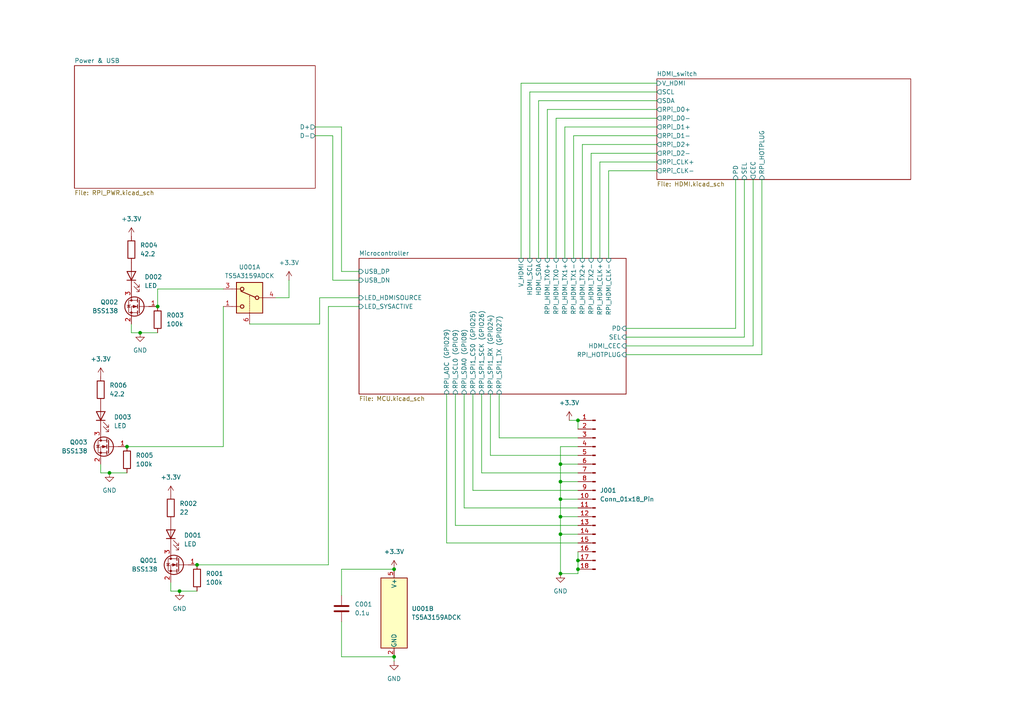
<source format=kicad_sch>
(kicad_sch
	(version 20250114)
	(generator "eeschema")
	(generator_version "9.0")
	(uuid "71bd0dc8-9c8c-4da8-adb8-7af2338245a9")
	(paper "A4")
	(lib_symbols
		(symbol "Analog_Switch:TS5A3159ADCK"
			(pin_names
				(offset 0.127)
			)
			(exclude_from_sim no)
			(in_bom yes)
			(on_board yes)
			(property "Reference" "U"
				(at -3.175 4.699 0)
				(effects
					(font
						(size 1.27 1.27)
					)
					(justify left)
				)
			)
			(property "Value" "TS5A3159ADCK"
				(at -3.175 2.921 0)
				(effects
					(font
						(size 1.27 1.27)
					)
					(justify left)
				)
			)
			(property "Footprint" "Package_TO_SOT_SMD:SOT-363_SC-70-6"
				(at 0.635 -13.97 0)
				(effects
					(font
						(size 1.27 1.27)
					)
					(justify left)
					(hide yes)
				)
			)
			(property "Datasheet" "http://www.ti.com/lit/ds/symlink/ts5a3159a.pdf"
				(at 0.635 -11.43 0)
				(effects
					(font
						(size 1.27 1.27)
					)
					(justify left)
					(hide yes)
				)
			)
			(property "Description" "Single SPDT Analog Switch, 1.65-V to 5.5-V Single-Supply Operation, 1Ohm Ron, SC-70-6"
				(at 0 0 0)
				(effects
					(font
						(size 1.27 1.27)
					)
					(hide yes)
				)
			)
			(property "ki_keywords" "Analog Switch"
				(at 0 0 0)
				(effects
					(font
						(size 1.27 1.27)
					)
					(hide yes)
				)
			)
			(property "ki_fp_filters" "*SC?70*"
				(at 0 0 0)
				(effects
					(font
						(size 1.27 1.27)
					)
					(hide yes)
				)
			)
			(symbol "TS5A3159ADCK_1_1"
				(polyline
					(pts
						(xy -5.08 0) (xy -2.794 0)
					)
					(stroke
						(width 0)
						(type default)
					)
					(fill
						(type none)
					)
				)
				(rectangle
					(start -3.81 4.445)
					(end 3.81 -4.445)
					(stroke
						(width 0.254)
						(type default)
					)
					(fill
						(type background)
					)
				)
				(circle
					(center -2.159 0)
					(radius 0.508)
					(stroke
						(width 0.254)
						(type default)
					)
					(fill
						(type none)
					)
				)
				(polyline
					(pts
						(xy -1.651 0.127) (xy 2.54 1.905)
					)
					(stroke
						(width 0.254)
						(type default)
					)
					(fill
						(type none)
					)
				)
				(polyline
					(pts
						(xy 0 0.254) (xy 0 0.508)
					)
					(stroke
						(width 0)
						(type default)
					)
					(fill
						(type none)
					)
				)
				(polyline
					(pts
						(xy 0 0.254) (xy 0 0.508)
					)
					(stroke
						(width 0)
						(type default)
					)
					(fill
						(type none)
					)
				)
				(polyline
					(pts
						(xy 0 -0.254) (xy 0 0)
					)
					(stroke
						(width 0)
						(type default)
					)
					(fill
						(type none)
					)
				)
				(polyline
					(pts
						(xy 0 -0.762) (xy 0 -0.508)
					)
					(stroke
						(width 0)
						(type default)
					)
					(fill
						(type none)
					)
				)
				(polyline
					(pts
						(xy 0 -1.27) (xy 0 -1.016)
					)
					(stroke
						(width 0)
						(type default)
					)
					(fill
						(type none)
					)
				)
				(polyline
					(pts
						(xy 0 -1.778) (xy 0 -1.524)
					)
					(stroke
						(width 0)
						(type default)
					)
					(fill
						(type none)
					)
				)
				(polyline
					(pts
						(xy 0 -2.286) (xy 0 -2.032)
					)
					(stroke
						(width 0)
						(type default)
					)
					(fill
						(type none)
					)
				)
				(polyline
					(pts
						(xy 0 -2.794) (xy 0 -2.54)
					)
					(stroke
						(width 0)
						(type default)
					)
					(fill
						(type none)
					)
				)
				(polyline
					(pts
						(xy 0 -3.302) (xy 0 -3.048)
					)
					(stroke
						(width 0)
						(type default)
					)
					(fill
						(type none)
					)
				)
				(polyline
					(pts
						(xy 0 -3.81) (xy 0 -3.556)
					)
					(stroke
						(width 0)
						(type default)
					)
					(fill
						(type none)
					)
				)
				(polyline
					(pts
						(xy 0 -4.318) (xy 0 -4.064)
					)
					(stroke
						(width 0)
						(type default)
					)
					(fill
						(type none)
					)
				)
				(polyline
					(pts
						(xy 0 -5.08) (xy 0 -4.572)
					)
					(stroke
						(width 0)
						(type default)
					)
					(fill
						(type none)
					)
				)
				(circle
					(center 2.159 2.54)
					(radius 0.508)
					(stroke
						(width 0.254)
						(type default)
					)
					(fill
						(type none)
					)
				)
				(circle
					(center 2.159 -2.54)
					(radius 0.508)
					(stroke
						(width 0.254)
						(type default)
					)
					(fill
						(type none)
					)
				)
				(polyline
					(pts
						(xy 5.08 2.54) (xy 2.794 2.54)
					)
					(stroke
						(width 0)
						(type default)
					)
					(fill
						(type none)
					)
				)
				(polyline
					(pts
						(xy 5.08 -2.54) (xy 2.794 -2.54)
					)
					(stroke
						(width 0)
						(type default)
					)
					(fill
						(type none)
					)
				)
				(pin passive line
					(at -7.62 0 0)
					(length 2.54)
					(name "~"
						(effects
							(font
								(size 1.27 1.27)
							)
						)
					)
					(number "4"
						(effects
							(font
								(size 1.27 1.27)
							)
						)
					)
				)
				(pin input line
					(at 0 -7.62 90)
					(length 2.54)
					(name "~"
						(effects
							(font
								(size 1.27 1.27)
							)
						)
					)
					(number "6"
						(effects
							(font
								(size 1.27 1.27)
							)
						)
					)
				)
				(pin passive line
					(at 7.62 2.54 180)
					(length 2.54)
					(name "~"
						(effects
							(font
								(size 1.27 1.27)
							)
						)
					)
					(number "3"
						(effects
							(font
								(size 1.27 1.27)
							)
						)
					)
				)
				(pin passive line
					(at 7.62 -2.54 180)
					(length 2.54)
					(name "~"
						(effects
							(font
								(size 1.27 1.27)
							)
						)
					)
					(number "1"
						(effects
							(font
								(size 1.27 1.27)
							)
						)
					)
				)
			)
			(symbol "TS5A3159ADCK_2_0"
				(pin power_in line
					(at 0 12.7 270)
					(length 2.54)
					(name "V+"
						(effects
							(font
								(size 1.27 1.27)
							)
						)
					)
					(number "5"
						(effects
							(font
								(size 1.27 1.27)
							)
						)
					)
				)
				(pin power_in line
					(at 0 -12.7 90)
					(length 2.54)
					(name "GND"
						(effects
							(font
								(size 1.27 1.27)
							)
						)
					)
					(number "2"
						(effects
							(font
								(size 1.27 1.27)
							)
						)
					)
				)
			)
			(symbol "TS5A3159ADCK_2_1"
				(rectangle
					(start -3.81 10.16)
					(end 3.81 -10.16)
					(stroke
						(width 0.254)
						(type default)
					)
					(fill
						(type background)
					)
				)
			)
			(embedded_fonts no)
		)
		(symbol "Connector:Conn_01x18_Pin"
			(pin_names
				(offset 1.016)
				(hide yes)
			)
			(exclude_from_sim no)
			(in_bom yes)
			(on_board yes)
			(property "Reference" "J"
				(at 0 22.86 0)
				(effects
					(font
						(size 1.27 1.27)
					)
				)
			)
			(property "Value" "Conn_01x18_Pin"
				(at 0 -25.4 0)
				(effects
					(font
						(size 1.27 1.27)
					)
				)
			)
			(property "Footprint" ""
				(at 0 0 0)
				(effects
					(font
						(size 1.27 1.27)
					)
					(hide yes)
				)
			)
			(property "Datasheet" "~"
				(at 0 0 0)
				(effects
					(font
						(size 1.27 1.27)
					)
					(hide yes)
				)
			)
			(property "Description" "Generic connector, single row, 01x18, script generated"
				(at 0 0 0)
				(effects
					(font
						(size 1.27 1.27)
					)
					(hide yes)
				)
			)
			(property "ki_locked" ""
				(at 0 0 0)
				(effects
					(font
						(size 1.27 1.27)
					)
				)
			)
			(property "ki_keywords" "connector"
				(at 0 0 0)
				(effects
					(font
						(size 1.27 1.27)
					)
					(hide yes)
				)
			)
			(property "ki_fp_filters" "Connector*:*_1x??_*"
				(at 0 0 0)
				(effects
					(font
						(size 1.27 1.27)
					)
					(hide yes)
				)
			)
			(symbol "Conn_01x18_Pin_1_1"
				(rectangle
					(start 0.8636 20.447)
					(end 0 20.193)
					(stroke
						(width 0.1524)
						(type default)
					)
					(fill
						(type outline)
					)
				)
				(rectangle
					(start 0.8636 17.907)
					(end 0 17.653)
					(stroke
						(width 0.1524)
						(type default)
					)
					(fill
						(type outline)
					)
				)
				(rectangle
					(start 0.8636 15.367)
					(end 0 15.113)
					(stroke
						(width 0.1524)
						(type default)
					)
					(fill
						(type outline)
					)
				)
				(rectangle
					(start 0.8636 12.827)
					(end 0 12.573)
					(stroke
						(width 0.1524)
						(type default)
					)
					(fill
						(type outline)
					)
				)
				(rectangle
					(start 0.8636 10.287)
					(end 0 10.033)
					(stroke
						(width 0.1524)
						(type default)
					)
					(fill
						(type outline)
					)
				)
				(rectangle
					(start 0.8636 7.747)
					(end 0 7.493)
					(stroke
						(width 0.1524)
						(type default)
					)
					(fill
						(type outline)
					)
				)
				(rectangle
					(start 0.8636 5.207)
					(end 0 4.953)
					(stroke
						(width 0.1524)
						(type default)
					)
					(fill
						(type outline)
					)
				)
				(rectangle
					(start 0.8636 2.667)
					(end 0 2.413)
					(stroke
						(width 0.1524)
						(type default)
					)
					(fill
						(type outline)
					)
				)
				(rectangle
					(start 0.8636 0.127)
					(end 0 -0.127)
					(stroke
						(width 0.1524)
						(type default)
					)
					(fill
						(type outline)
					)
				)
				(rectangle
					(start 0.8636 -2.413)
					(end 0 -2.667)
					(stroke
						(width 0.1524)
						(type default)
					)
					(fill
						(type outline)
					)
				)
				(rectangle
					(start 0.8636 -4.953)
					(end 0 -5.207)
					(stroke
						(width 0.1524)
						(type default)
					)
					(fill
						(type outline)
					)
				)
				(rectangle
					(start 0.8636 -7.493)
					(end 0 -7.747)
					(stroke
						(width 0.1524)
						(type default)
					)
					(fill
						(type outline)
					)
				)
				(rectangle
					(start 0.8636 -10.033)
					(end 0 -10.287)
					(stroke
						(width 0.1524)
						(type default)
					)
					(fill
						(type outline)
					)
				)
				(rectangle
					(start 0.8636 -12.573)
					(end 0 -12.827)
					(stroke
						(width 0.1524)
						(type default)
					)
					(fill
						(type outline)
					)
				)
				(rectangle
					(start 0.8636 -15.113)
					(end 0 -15.367)
					(stroke
						(width 0.1524)
						(type default)
					)
					(fill
						(type outline)
					)
				)
				(rectangle
					(start 0.8636 -17.653)
					(end 0 -17.907)
					(stroke
						(width 0.1524)
						(type default)
					)
					(fill
						(type outline)
					)
				)
				(rectangle
					(start 0.8636 -20.193)
					(end 0 -20.447)
					(stroke
						(width 0.1524)
						(type default)
					)
					(fill
						(type outline)
					)
				)
				(rectangle
					(start 0.8636 -22.733)
					(end 0 -22.987)
					(stroke
						(width 0.1524)
						(type default)
					)
					(fill
						(type outline)
					)
				)
				(polyline
					(pts
						(xy 1.27 20.32) (xy 0.8636 20.32)
					)
					(stroke
						(width 0.1524)
						(type default)
					)
					(fill
						(type none)
					)
				)
				(polyline
					(pts
						(xy 1.27 17.78) (xy 0.8636 17.78)
					)
					(stroke
						(width 0.1524)
						(type default)
					)
					(fill
						(type none)
					)
				)
				(polyline
					(pts
						(xy 1.27 15.24) (xy 0.8636 15.24)
					)
					(stroke
						(width 0.1524)
						(type default)
					)
					(fill
						(type none)
					)
				)
				(polyline
					(pts
						(xy 1.27 12.7) (xy 0.8636 12.7)
					)
					(stroke
						(width 0.1524)
						(type default)
					)
					(fill
						(type none)
					)
				)
				(polyline
					(pts
						(xy 1.27 10.16) (xy 0.8636 10.16)
					)
					(stroke
						(width 0.1524)
						(type default)
					)
					(fill
						(type none)
					)
				)
				(polyline
					(pts
						(xy 1.27 7.62) (xy 0.8636 7.62)
					)
					(stroke
						(width 0.1524)
						(type default)
					)
					(fill
						(type none)
					)
				)
				(polyline
					(pts
						(xy 1.27 5.08) (xy 0.8636 5.08)
					)
					(stroke
						(width 0.1524)
						(type default)
					)
					(fill
						(type none)
					)
				)
				(polyline
					(pts
						(xy 1.27 2.54) (xy 0.8636 2.54)
					)
					(stroke
						(width 0.1524)
						(type default)
					)
					(fill
						(type none)
					)
				)
				(polyline
					(pts
						(xy 1.27 0) (xy 0.8636 0)
					)
					(stroke
						(width 0.1524)
						(type default)
					)
					(fill
						(type none)
					)
				)
				(polyline
					(pts
						(xy 1.27 -2.54) (xy 0.8636 -2.54)
					)
					(stroke
						(width 0.1524)
						(type default)
					)
					(fill
						(type none)
					)
				)
				(polyline
					(pts
						(xy 1.27 -5.08) (xy 0.8636 -5.08)
					)
					(stroke
						(width 0.1524)
						(type default)
					)
					(fill
						(type none)
					)
				)
				(polyline
					(pts
						(xy 1.27 -7.62) (xy 0.8636 -7.62)
					)
					(stroke
						(width 0.1524)
						(type default)
					)
					(fill
						(type none)
					)
				)
				(polyline
					(pts
						(xy 1.27 -10.16) (xy 0.8636 -10.16)
					)
					(stroke
						(width 0.1524)
						(type default)
					)
					(fill
						(type none)
					)
				)
				(polyline
					(pts
						(xy 1.27 -12.7) (xy 0.8636 -12.7)
					)
					(stroke
						(width 0.1524)
						(type default)
					)
					(fill
						(type none)
					)
				)
				(polyline
					(pts
						(xy 1.27 -15.24) (xy 0.8636 -15.24)
					)
					(stroke
						(width 0.1524)
						(type default)
					)
					(fill
						(type none)
					)
				)
				(polyline
					(pts
						(xy 1.27 -17.78) (xy 0.8636 -17.78)
					)
					(stroke
						(width 0.1524)
						(type default)
					)
					(fill
						(type none)
					)
				)
				(polyline
					(pts
						(xy 1.27 -20.32) (xy 0.8636 -20.32)
					)
					(stroke
						(width 0.1524)
						(type default)
					)
					(fill
						(type none)
					)
				)
				(polyline
					(pts
						(xy 1.27 -22.86) (xy 0.8636 -22.86)
					)
					(stroke
						(width 0.1524)
						(type default)
					)
					(fill
						(type none)
					)
				)
				(pin passive line
					(at 5.08 20.32 180)
					(length 3.81)
					(name "Pin_1"
						(effects
							(font
								(size 1.27 1.27)
							)
						)
					)
					(number "1"
						(effects
							(font
								(size 1.27 1.27)
							)
						)
					)
				)
				(pin passive line
					(at 5.08 17.78 180)
					(length 3.81)
					(name "Pin_2"
						(effects
							(font
								(size 1.27 1.27)
							)
						)
					)
					(number "2"
						(effects
							(font
								(size 1.27 1.27)
							)
						)
					)
				)
				(pin passive line
					(at 5.08 15.24 180)
					(length 3.81)
					(name "Pin_3"
						(effects
							(font
								(size 1.27 1.27)
							)
						)
					)
					(number "3"
						(effects
							(font
								(size 1.27 1.27)
							)
						)
					)
				)
				(pin passive line
					(at 5.08 12.7 180)
					(length 3.81)
					(name "Pin_4"
						(effects
							(font
								(size 1.27 1.27)
							)
						)
					)
					(number "4"
						(effects
							(font
								(size 1.27 1.27)
							)
						)
					)
				)
				(pin passive line
					(at 5.08 10.16 180)
					(length 3.81)
					(name "Pin_5"
						(effects
							(font
								(size 1.27 1.27)
							)
						)
					)
					(number "5"
						(effects
							(font
								(size 1.27 1.27)
							)
						)
					)
				)
				(pin passive line
					(at 5.08 7.62 180)
					(length 3.81)
					(name "Pin_6"
						(effects
							(font
								(size 1.27 1.27)
							)
						)
					)
					(number "6"
						(effects
							(font
								(size 1.27 1.27)
							)
						)
					)
				)
				(pin passive line
					(at 5.08 5.08 180)
					(length 3.81)
					(name "Pin_7"
						(effects
							(font
								(size 1.27 1.27)
							)
						)
					)
					(number "7"
						(effects
							(font
								(size 1.27 1.27)
							)
						)
					)
				)
				(pin passive line
					(at 5.08 2.54 180)
					(length 3.81)
					(name "Pin_8"
						(effects
							(font
								(size 1.27 1.27)
							)
						)
					)
					(number "8"
						(effects
							(font
								(size 1.27 1.27)
							)
						)
					)
				)
				(pin passive line
					(at 5.08 0 180)
					(length 3.81)
					(name "Pin_9"
						(effects
							(font
								(size 1.27 1.27)
							)
						)
					)
					(number "9"
						(effects
							(font
								(size 1.27 1.27)
							)
						)
					)
				)
				(pin passive line
					(at 5.08 -2.54 180)
					(length 3.81)
					(name "Pin_10"
						(effects
							(font
								(size 1.27 1.27)
							)
						)
					)
					(number "10"
						(effects
							(font
								(size 1.27 1.27)
							)
						)
					)
				)
				(pin passive line
					(at 5.08 -5.08 180)
					(length 3.81)
					(name "Pin_11"
						(effects
							(font
								(size 1.27 1.27)
							)
						)
					)
					(number "11"
						(effects
							(font
								(size 1.27 1.27)
							)
						)
					)
				)
				(pin passive line
					(at 5.08 -7.62 180)
					(length 3.81)
					(name "Pin_12"
						(effects
							(font
								(size 1.27 1.27)
							)
						)
					)
					(number "12"
						(effects
							(font
								(size 1.27 1.27)
							)
						)
					)
				)
				(pin passive line
					(at 5.08 -10.16 180)
					(length 3.81)
					(name "Pin_13"
						(effects
							(font
								(size 1.27 1.27)
							)
						)
					)
					(number "13"
						(effects
							(font
								(size 1.27 1.27)
							)
						)
					)
				)
				(pin passive line
					(at 5.08 -12.7 180)
					(length 3.81)
					(name "Pin_14"
						(effects
							(font
								(size 1.27 1.27)
							)
						)
					)
					(number "14"
						(effects
							(font
								(size 1.27 1.27)
							)
						)
					)
				)
				(pin passive line
					(at 5.08 -15.24 180)
					(length 3.81)
					(name "Pin_15"
						(effects
							(font
								(size 1.27 1.27)
							)
						)
					)
					(number "15"
						(effects
							(font
								(size 1.27 1.27)
							)
						)
					)
				)
				(pin passive line
					(at 5.08 -17.78 180)
					(length 3.81)
					(name "Pin_16"
						(effects
							(font
								(size 1.27 1.27)
							)
						)
					)
					(number "16"
						(effects
							(font
								(size 1.27 1.27)
							)
						)
					)
				)
				(pin passive line
					(at 5.08 -20.32 180)
					(length 3.81)
					(name "Pin_17"
						(effects
							(font
								(size 1.27 1.27)
							)
						)
					)
					(number "17"
						(effects
							(font
								(size 1.27 1.27)
							)
						)
					)
				)
				(pin passive line
					(at 5.08 -22.86 180)
					(length 3.81)
					(name "Pin_18"
						(effects
							(font
								(size 1.27 1.27)
							)
						)
					)
					(number "18"
						(effects
							(font
								(size 1.27 1.27)
							)
						)
					)
				)
			)
			(embedded_fonts no)
		)
		(symbol "Device:C"
			(pin_numbers
				(hide yes)
			)
			(pin_names
				(offset 0.254)
			)
			(exclude_from_sim no)
			(in_bom yes)
			(on_board yes)
			(property "Reference" "C"
				(at 0.635 2.54 0)
				(effects
					(font
						(size 1.27 1.27)
					)
					(justify left)
				)
			)
			(property "Value" "C"
				(at 0.635 -2.54 0)
				(effects
					(font
						(size 1.27 1.27)
					)
					(justify left)
				)
			)
			(property "Footprint" ""
				(at 0.9652 -3.81 0)
				(effects
					(font
						(size 1.27 1.27)
					)
					(hide yes)
				)
			)
			(property "Datasheet" "~"
				(at 0 0 0)
				(effects
					(font
						(size 1.27 1.27)
					)
					(hide yes)
				)
			)
			(property "Description" "Unpolarized capacitor"
				(at 0 0 0)
				(effects
					(font
						(size 1.27 1.27)
					)
					(hide yes)
				)
			)
			(property "ki_keywords" "cap capacitor"
				(at 0 0 0)
				(effects
					(font
						(size 1.27 1.27)
					)
					(hide yes)
				)
			)
			(property "ki_fp_filters" "C_*"
				(at 0 0 0)
				(effects
					(font
						(size 1.27 1.27)
					)
					(hide yes)
				)
			)
			(symbol "C_0_1"
				(polyline
					(pts
						(xy -2.032 0.762) (xy 2.032 0.762)
					)
					(stroke
						(width 0.508)
						(type default)
					)
					(fill
						(type none)
					)
				)
				(polyline
					(pts
						(xy -2.032 -0.762) (xy 2.032 -0.762)
					)
					(stroke
						(width 0.508)
						(type default)
					)
					(fill
						(type none)
					)
				)
			)
			(symbol "C_1_1"
				(pin passive line
					(at 0 3.81 270)
					(length 2.794)
					(name "~"
						(effects
							(font
								(size 1.27 1.27)
							)
						)
					)
					(number "1"
						(effects
							(font
								(size 1.27 1.27)
							)
						)
					)
				)
				(pin passive line
					(at 0 -3.81 90)
					(length 2.794)
					(name "~"
						(effects
							(font
								(size 1.27 1.27)
							)
						)
					)
					(number "2"
						(effects
							(font
								(size 1.27 1.27)
							)
						)
					)
				)
			)
			(embedded_fonts no)
		)
		(symbol "Device:LED"
			(pin_numbers
				(hide yes)
			)
			(pin_names
				(offset 1.016)
				(hide yes)
			)
			(exclude_from_sim no)
			(in_bom yes)
			(on_board yes)
			(property "Reference" "D"
				(at 0 2.54 0)
				(effects
					(font
						(size 1.27 1.27)
					)
				)
			)
			(property "Value" "LED"
				(at 0 -2.54 0)
				(effects
					(font
						(size 1.27 1.27)
					)
				)
			)
			(property "Footprint" ""
				(at 0 0 0)
				(effects
					(font
						(size 1.27 1.27)
					)
					(hide yes)
				)
			)
			(property "Datasheet" "~"
				(at 0 0 0)
				(effects
					(font
						(size 1.27 1.27)
					)
					(hide yes)
				)
			)
			(property "Description" "Light emitting diode"
				(at 0 0 0)
				(effects
					(font
						(size 1.27 1.27)
					)
					(hide yes)
				)
			)
			(property "Sim.Pins" "1=K 2=A"
				(at 0 0 0)
				(effects
					(font
						(size 1.27 1.27)
					)
					(hide yes)
				)
			)
			(property "ki_keywords" "LED diode"
				(at 0 0 0)
				(effects
					(font
						(size 1.27 1.27)
					)
					(hide yes)
				)
			)
			(property "ki_fp_filters" "LED* LED_SMD:* LED_THT:*"
				(at 0 0 0)
				(effects
					(font
						(size 1.27 1.27)
					)
					(hide yes)
				)
			)
			(symbol "LED_0_1"
				(polyline
					(pts
						(xy -3.048 -0.762) (xy -4.572 -2.286) (xy -3.81 -2.286) (xy -4.572 -2.286) (xy -4.572 -1.524)
					)
					(stroke
						(width 0)
						(type default)
					)
					(fill
						(type none)
					)
				)
				(polyline
					(pts
						(xy -1.778 -0.762) (xy -3.302 -2.286) (xy -2.54 -2.286) (xy -3.302 -2.286) (xy -3.302 -1.524)
					)
					(stroke
						(width 0)
						(type default)
					)
					(fill
						(type none)
					)
				)
				(polyline
					(pts
						(xy -1.27 0) (xy 1.27 0)
					)
					(stroke
						(width 0)
						(type default)
					)
					(fill
						(type none)
					)
				)
				(polyline
					(pts
						(xy -1.27 -1.27) (xy -1.27 1.27)
					)
					(stroke
						(width 0.254)
						(type default)
					)
					(fill
						(type none)
					)
				)
				(polyline
					(pts
						(xy 1.27 -1.27) (xy 1.27 1.27) (xy -1.27 0) (xy 1.27 -1.27)
					)
					(stroke
						(width 0.254)
						(type default)
					)
					(fill
						(type none)
					)
				)
			)
			(symbol "LED_1_1"
				(pin passive line
					(at -3.81 0 0)
					(length 2.54)
					(name "K"
						(effects
							(font
								(size 1.27 1.27)
							)
						)
					)
					(number "1"
						(effects
							(font
								(size 1.27 1.27)
							)
						)
					)
				)
				(pin passive line
					(at 3.81 0 180)
					(length 2.54)
					(name "A"
						(effects
							(font
								(size 1.27 1.27)
							)
						)
					)
					(number "2"
						(effects
							(font
								(size 1.27 1.27)
							)
						)
					)
				)
			)
			(embedded_fonts no)
		)
		(symbol "Device:R"
			(pin_numbers
				(hide yes)
			)
			(pin_names
				(offset 0)
			)
			(exclude_from_sim no)
			(in_bom yes)
			(on_board yes)
			(property "Reference" "R"
				(at 2.032 0 90)
				(effects
					(font
						(size 1.27 1.27)
					)
				)
			)
			(property "Value" "R"
				(at 0 0 90)
				(effects
					(font
						(size 1.27 1.27)
					)
				)
			)
			(property "Footprint" ""
				(at -1.778 0 90)
				(effects
					(font
						(size 1.27 1.27)
					)
					(hide yes)
				)
			)
			(property "Datasheet" "~"
				(at 0 0 0)
				(effects
					(font
						(size 1.27 1.27)
					)
					(hide yes)
				)
			)
			(property "Description" "Resistor"
				(at 0 0 0)
				(effects
					(font
						(size 1.27 1.27)
					)
					(hide yes)
				)
			)
			(property "ki_keywords" "R res resistor"
				(at 0 0 0)
				(effects
					(font
						(size 1.27 1.27)
					)
					(hide yes)
				)
			)
			(property "ki_fp_filters" "R_*"
				(at 0 0 0)
				(effects
					(font
						(size 1.27 1.27)
					)
					(hide yes)
				)
			)
			(symbol "R_0_1"
				(rectangle
					(start -1.016 -2.54)
					(end 1.016 2.54)
					(stroke
						(width 0.254)
						(type default)
					)
					(fill
						(type none)
					)
				)
			)
			(symbol "R_1_1"
				(pin passive line
					(at 0 3.81 270)
					(length 1.27)
					(name "~"
						(effects
							(font
								(size 1.27 1.27)
							)
						)
					)
					(number "1"
						(effects
							(font
								(size 1.27 1.27)
							)
						)
					)
				)
				(pin passive line
					(at 0 -3.81 90)
					(length 1.27)
					(name "~"
						(effects
							(font
								(size 1.27 1.27)
							)
						)
					)
					(number "2"
						(effects
							(font
								(size 1.27 1.27)
							)
						)
					)
				)
			)
			(embedded_fonts no)
		)
		(symbol "Transistor_FET:BSS138"
			(pin_names
				(hide yes)
			)
			(exclude_from_sim no)
			(in_bom yes)
			(on_board yes)
			(property "Reference" "Q"
				(at 5.08 1.905 0)
				(effects
					(font
						(size 1.27 1.27)
					)
					(justify left)
				)
			)
			(property "Value" "BSS138"
				(at 5.08 0 0)
				(effects
					(font
						(size 1.27 1.27)
					)
					(justify left)
				)
			)
			(property "Footprint" "Package_TO_SOT_SMD:SOT-23"
				(at 5.08 -1.905 0)
				(effects
					(font
						(size 1.27 1.27)
						(italic yes)
					)
					(justify left)
					(hide yes)
				)
			)
			(property "Datasheet" "https://www.onsemi.com/pub/Collateral/BSS138-D.PDF"
				(at 5.08 -3.81 0)
				(effects
					(font
						(size 1.27 1.27)
					)
					(justify left)
					(hide yes)
				)
			)
			(property "Description" "50V Vds, 0.22A Id, N-Channel MOSFET, SOT-23"
				(at 0 0 0)
				(effects
					(font
						(size 1.27 1.27)
					)
					(hide yes)
				)
			)
			(property "ki_keywords" "N-Channel MOSFET"
				(at 0 0 0)
				(effects
					(font
						(size 1.27 1.27)
					)
					(hide yes)
				)
			)
			(property "ki_fp_filters" "SOT?23*"
				(at 0 0 0)
				(effects
					(font
						(size 1.27 1.27)
					)
					(hide yes)
				)
			)
			(symbol "BSS138_0_1"
				(polyline
					(pts
						(xy 0.254 1.905) (xy 0.254 -1.905)
					)
					(stroke
						(width 0.254)
						(type default)
					)
					(fill
						(type none)
					)
				)
				(polyline
					(pts
						(xy 0.254 0) (xy -2.54 0)
					)
					(stroke
						(width 0)
						(type default)
					)
					(fill
						(type none)
					)
				)
				(polyline
					(pts
						(xy 0.762 2.286) (xy 0.762 1.27)
					)
					(stroke
						(width 0.254)
						(type default)
					)
					(fill
						(type none)
					)
				)
				(polyline
					(pts
						(xy 0.762 0.508) (xy 0.762 -0.508)
					)
					(stroke
						(width 0.254)
						(type default)
					)
					(fill
						(type none)
					)
				)
				(polyline
					(pts
						(xy 0.762 -1.27) (xy 0.762 -2.286)
					)
					(stroke
						(width 0.254)
						(type default)
					)
					(fill
						(type none)
					)
				)
				(polyline
					(pts
						(xy 0.762 -1.778) (xy 3.302 -1.778) (xy 3.302 1.778) (xy 0.762 1.778)
					)
					(stroke
						(width 0)
						(type default)
					)
					(fill
						(type none)
					)
				)
				(polyline
					(pts
						(xy 1.016 0) (xy 2.032 0.381) (xy 2.032 -0.381) (xy 1.016 0)
					)
					(stroke
						(width 0)
						(type default)
					)
					(fill
						(type outline)
					)
				)
				(circle
					(center 1.651 0)
					(radius 2.794)
					(stroke
						(width 0.254)
						(type default)
					)
					(fill
						(type none)
					)
				)
				(polyline
					(pts
						(xy 2.54 2.54) (xy 2.54 1.778)
					)
					(stroke
						(width 0)
						(type default)
					)
					(fill
						(type none)
					)
				)
				(circle
					(center 2.54 1.778)
					(radius 0.254)
					(stroke
						(width 0)
						(type default)
					)
					(fill
						(type outline)
					)
				)
				(circle
					(center 2.54 -1.778)
					(radius 0.254)
					(stroke
						(width 0)
						(type default)
					)
					(fill
						(type outline)
					)
				)
				(polyline
					(pts
						(xy 2.54 -2.54) (xy 2.54 0) (xy 0.762 0)
					)
					(stroke
						(width 0)
						(type default)
					)
					(fill
						(type none)
					)
				)
				(polyline
					(pts
						(xy 2.794 0.508) (xy 2.921 0.381) (xy 3.683 0.381) (xy 3.81 0.254)
					)
					(stroke
						(width 0)
						(type default)
					)
					(fill
						(type none)
					)
				)
				(polyline
					(pts
						(xy 3.302 0.381) (xy 2.921 -0.254) (xy 3.683 -0.254) (xy 3.302 0.381)
					)
					(stroke
						(width 0)
						(type default)
					)
					(fill
						(type none)
					)
				)
			)
			(symbol "BSS138_1_1"
				(pin input line
					(at -5.08 0 0)
					(length 2.54)
					(name "G"
						(effects
							(font
								(size 1.27 1.27)
							)
						)
					)
					(number "1"
						(effects
							(font
								(size 1.27 1.27)
							)
						)
					)
				)
				(pin passive line
					(at 2.54 5.08 270)
					(length 2.54)
					(name "D"
						(effects
							(font
								(size 1.27 1.27)
							)
						)
					)
					(number "3"
						(effects
							(font
								(size 1.27 1.27)
							)
						)
					)
				)
				(pin passive line
					(at 2.54 -5.08 90)
					(length 2.54)
					(name "S"
						(effects
							(font
								(size 1.27 1.27)
							)
						)
					)
					(number "2"
						(effects
							(font
								(size 1.27 1.27)
							)
						)
					)
				)
			)
			(embedded_fonts no)
		)
		(symbol "power:+3.3V"
			(power)
			(pin_numbers
				(hide yes)
			)
			(pin_names
				(offset 0)
				(hide yes)
			)
			(exclude_from_sim no)
			(in_bom yes)
			(on_board yes)
			(property "Reference" "#PWR"
				(at 0 -3.81 0)
				(effects
					(font
						(size 1.27 1.27)
					)
					(hide yes)
				)
			)
			(property "Value" "+3.3V"
				(at 0 3.556 0)
				(effects
					(font
						(size 1.27 1.27)
					)
				)
			)
			(property "Footprint" ""
				(at 0 0 0)
				(effects
					(font
						(size 1.27 1.27)
					)
					(hide yes)
				)
			)
			(property "Datasheet" ""
				(at 0 0 0)
				(effects
					(font
						(size 1.27 1.27)
					)
					(hide yes)
				)
			)
			(property "Description" "Power symbol creates a global label with name \"+3.3V\""
				(at 0 0 0)
				(effects
					(font
						(size 1.27 1.27)
					)
					(hide yes)
				)
			)
			(property "ki_keywords" "global power"
				(at 0 0 0)
				(effects
					(font
						(size 1.27 1.27)
					)
					(hide yes)
				)
			)
			(symbol "+3.3V_0_1"
				(polyline
					(pts
						(xy -0.762 1.27) (xy 0 2.54)
					)
					(stroke
						(width 0)
						(type default)
					)
					(fill
						(type none)
					)
				)
				(polyline
					(pts
						(xy 0 2.54) (xy 0.762 1.27)
					)
					(stroke
						(width 0)
						(type default)
					)
					(fill
						(type none)
					)
				)
				(polyline
					(pts
						(xy 0 0) (xy 0 2.54)
					)
					(stroke
						(width 0)
						(type default)
					)
					(fill
						(type none)
					)
				)
			)
			(symbol "+3.3V_1_1"
				(pin power_in line
					(at 0 0 90)
					(length 0)
					(name "~"
						(effects
							(font
								(size 1.27 1.27)
							)
						)
					)
					(number "1"
						(effects
							(font
								(size 1.27 1.27)
							)
						)
					)
				)
			)
			(embedded_fonts no)
		)
		(symbol "power:GND"
			(power)
			(pin_numbers
				(hide yes)
			)
			(pin_names
				(offset 0)
				(hide yes)
			)
			(exclude_from_sim no)
			(in_bom yes)
			(on_board yes)
			(property "Reference" "#PWR"
				(at 0 -6.35 0)
				(effects
					(font
						(size 1.27 1.27)
					)
					(hide yes)
				)
			)
			(property "Value" "GND"
				(at 0 -3.81 0)
				(effects
					(font
						(size 1.27 1.27)
					)
				)
			)
			(property "Footprint" ""
				(at 0 0 0)
				(effects
					(font
						(size 1.27 1.27)
					)
					(hide yes)
				)
			)
			(property "Datasheet" ""
				(at 0 0 0)
				(effects
					(font
						(size 1.27 1.27)
					)
					(hide yes)
				)
			)
			(property "Description" "Power symbol creates a global label with name \"GND\" , ground"
				(at 0 0 0)
				(effects
					(font
						(size 1.27 1.27)
					)
					(hide yes)
				)
			)
			(property "ki_keywords" "global power"
				(at 0 0 0)
				(effects
					(font
						(size 1.27 1.27)
					)
					(hide yes)
				)
			)
			(symbol "GND_0_1"
				(polyline
					(pts
						(xy 0 0) (xy 0 -1.27) (xy 1.27 -1.27) (xy 0 -2.54) (xy -1.27 -1.27) (xy 0 -1.27)
					)
					(stroke
						(width 0)
						(type default)
					)
					(fill
						(type none)
					)
				)
			)
			(symbol "GND_1_1"
				(pin power_in line
					(at 0 0 270)
					(length 0)
					(name "~"
						(effects
							(font
								(size 1.27 1.27)
							)
						)
					)
					(number "1"
						(effects
							(font
								(size 1.27 1.27)
							)
						)
					)
				)
			)
			(embedded_fonts no)
		)
	)
	(junction
		(at 114.3 165.1)
		(diameter 0)
		(color 0 0 0 0)
		(uuid "04f94983-2152-460a-9a7a-a285691a8b32")
	)
	(junction
		(at 162.56 144.78)
		(diameter 0)
		(color 0 0 0 0)
		(uuid "0792fc63-1e57-412b-b9ea-ce47115ba6b6")
	)
	(junction
		(at 167.64 121.92)
		(diameter 0)
		(color 0 0 0 0)
		(uuid "0c1fa8d1-888c-4af9-bb91-6597756d9dc5")
	)
	(junction
		(at 162.56 134.62)
		(diameter 0)
		(color 0 0 0 0)
		(uuid "13daed26-8ce6-43be-9d6f-e50d629595b0")
	)
	(junction
		(at 162.56 139.7)
		(diameter 0)
		(color 0 0 0 0)
		(uuid "18dd1e64-4e3b-4567-8bb6-d5313418bb80")
	)
	(junction
		(at 114.3 190.5)
		(diameter 0)
		(color 0 0 0 0)
		(uuid "3f244d52-8131-4181-9607-7b98f68d5668")
	)
	(junction
		(at 167.64 162.56)
		(diameter 0)
		(color 0 0 0 0)
		(uuid "42b20826-85af-4ce6-b374-49d309227dc1")
	)
	(junction
		(at 162.56 149.86)
		(diameter 0)
		(color 0 0 0 0)
		(uuid "62219141-d11a-443f-b843-b05b5edb3197")
	)
	(junction
		(at 162.56 166.37)
		(diameter 0)
		(color 0 0 0 0)
		(uuid "80504704-37cf-495f-b249-99fe27e214b4")
	)
	(junction
		(at 52.07 171.45)
		(diameter 0)
		(color 0 0 0 0)
		(uuid "88a0bb42-bdb4-4123-97e7-c4e6974f806d")
	)
	(junction
		(at 167.64 165.1)
		(diameter 0)
		(color 0 0 0 0)
		(uuid "97e5c577-73aa-4ac3-9634-3bf7dd0599e5")
	)
	(junction
		(at 57.15 163.83)
		(diameter 0)
		(color 0 0 0 0)
		(uuid "a2b7bb01-ce02-4895-88c0-6fff71a75367")
	)
	(junction
		(at 40.64 96.52)
		(diameter 0)
		(color 0 0 0 0)
		(uuid "a5755d42-e681-485b-9656-b3c251cc2bb5")
	)
	(junction
		(at 45.72 88.9)
		(diameter 0)
		(color 0 0 0 0)
		(uuid "adfa9c8b-447c-47bf-9b3a-6ab926553287")
	)
	(junction
		(at 162.56 154.94)
		(diameter 0)
		(color 0 0 0 0)
		(uuid "c7d9d3f4-b21f-4149-a931-ec673795e7bd")
	)
	(junction
		(at 36.83 129.54)
		(diameter 0)
		(color 0 0 0 0)
		(uuid "d7c6c43a-55ad-4b19-9d66-8125bb3ec621")
	)
	(junction
		(at 31.75 137.16)
		(diameter 0)
		(color 0 0 0 0)
		(uuid "f7d945e4-5f6d-428b-b315-1eed4b01b996")
	)
	(wire
		(pts
			(xy 213.36 52.07) (xy 213.36 95.25)
		)
		(stroke
			(width 0)
			(type default)
		)
		(uuid "02477901-bf9e-4b85-a347-b3be55dd881f")
	)
	(wire
		(pts
			(xy 29.21 137.16) (xy 31.75 137.16)
		)
		(stroke
			(width 0)
			(type default)
		)
		(uuid "035b6e95-2d83-489b-ae1e-4f6c6d162426")
	)
	(wire
		(pts
			(xy 190.5 39.37) (xy 166.37 39.37)
		)
		(stroke
			(width 0)
			(type default)
		)
		(uuid "04874c1c-97cb-4bc2-ba6d-d09486357a26")
	)
	(wire
		(pts
			(xy 162.56 134.62) (xy 167.64 134.62)
		)
		(stroke
			(width 0)
			(type default)
		)
		(uuid "06efe854-b31d-4332-876b-ac5337878519")
	)
	(wire
		(pts
			(xy 151.13 24.13) (xy 151.13 74.93)
		)
		(stroke
			(width 0)
			(type default)
		)
		(uuid "09cdd6a7-bdb3-4866-b5b3-a05fe4ed77ea")
	)
	(wire
		(pts
			(xy 49.53 168.91) (xy 49.53 171.45)
		)
		(stroke
			(width 0)
			(type default)
		)
		(uuid "0a08daea-5295-4f76-8f60-60cbde9f2642")
	)
	(wire
		(pts
			(xy 171.45 44.45) (xy 171.45 74.93)
		)
		(stroke
			(width 0)
			(type default)
		)
		(uuid "0b104d33-9c5e-4959-9278-7d0e713b42a2")
	)
	(wire
		(pts
			(xy 215.9 52.07) (xy 215.9 97.79)
		)
		(stroke
			(width 0)
			(type default)
		)
		(uuid "0b6f1368-b597-4dd6-a158-7b691752116c")
	)
	(wire
		(pts
			(xy 134.62 114.3) (xy 134.62 147.32)
		)
		(stroke
			(width 0)
			(type default)
		)
		(uuid "0bbbb07a-dbc7-4ad5-b90f-61f5a541e060")
	)
	(wire
		(pts
			(xy 190.5 41.91) (xy 168.91 41.91)
		)
		(stroke
			(width 0)
			(type default)
		)
		(uuid "0e2857bb-99f1-41df-acab-9f7802384589")
	)
	(wire
		(pts
			(xy 139.7 137.16) (xy 167.64 137.16)
		)
		(stroke
			(width 0)
			(type default)
		)
		(uuid "10d58dab-4c1f-4a08-ac75-0ac976d8f9db")
	)
	(wire
		(pts
			(xy 64.77 129.54) (xy 36.83 129.54)
		)
		(stroke
			(width 0)
			(type default)
		)
		(uuid "11dfd4b6-3327-4cbb-b255-2fb2c0a1b30e")
	)
	(wire
		(pts
			(xy 45.72 83.82) (xy 45.72 88.9)
		)
		(stroke
			(width 0)
			(type default)
		)
		(uuid "1a73288b-6471-40d4-892b-5e094143a710")
	)
	(wire
		(pts
			(xy 99.06 180.34) (xy 99.06 190.5)
		)
		(stroke
			(width 0)
			(type default)
		)
		(uuid "1ea7f52c-9469-49c2-b51c-f81a70431ed7")
	)
	(wire
		(pts
			(xy 64.77 88.9) (xy 64.77 129.54)
		)
		(stroke
			(width 0)
			(type default)
		)
		(uuid "1f8b6798-2d34-4816-adef-7044db5d0d17")
	)
	(wire
		(pts
			(xy 99.06 78.74) (xy 104.14 78.74)
		)
		(stroke
			(width 0)
			(type default)
		)
		(uuid "20f8d703-42c4-4f2a-875d-e9e7208061f5")
	)
	(wire
		(pts
			(xy 190.5 44.45) (xy 171.45 44.45)
		)
		(stroke
			(width 0)
			(type default)
		)
		(uuid "23396cec-4fbe-49f7-963b-0f2fd9981c83")
	)
	(wire
		(pts
			(xy 91.44 39.37) (xy 96.52 39.37)
		)
		(stroke
			(width 0)
			(type default)
		)
		(uuid "235f38bf-c877-42a2-968a-5d6cf6f8e40a")
	)
	(wire
		(pts
			(xy 49.53 171.45) (xy 52.07 171.45)
		)
		(stroke
			(width 0)
			(type default)
		)
		(uuid "24449d2e-5251-42d1-85e9-c72324cff2a1")
	)
	(wire
		(pts
			(xy 137.16 114.3) (xy 137.16 142.24)
		)
		(stroke
			(width 0)
			(type default)
		)
		(uuid "277a548b-5f54-4194-83c6-f8a8960ea816")
	)
	(wire
		(pts
			(xy 162.56 139.7) (xy 167.64 139.7)
		)
		(stroke
			(width 0)
			(type default)
		)
		(uuid "28bbb856-facd-4cc4-bd03-ccf4ee365ada")
	)
	(wire
		(pts
			(xy 156.21 29.21) (xy 156.21 74.93)
		)
		(stroke
			(width 0)
			(type default)
		)
		(uuid "2ba8c1b6-493d-4f46-ad45-57c3c181406d")
	)
	(wire
		(pts
			(xy 83.82 86.36) (xy 80.01 86.36)
		)
		(stroke
			(width 0)
			(type default)
		)
		(uuid "42517d3c-5b75-4966-9dcf-0916e78f5ff0")
	)
	(wire
		(pts
			(xy 158.75 31.75) (xy 190.5 31.75)
		)
		(stroke
			(width 0)
			(type default)
		)
		(uuid "46852c89-b9f5-4545-bd69-ac88c498814c")
	)
	(wire
		(pts
			(xy 190.5 36.83) (xy 163.83 36.83)
		)
		(stroke
			(width 0)
			(type default)
		)
		(uuid "46fe8874-161a-42b6-9339-9b3a1c1b7428")
	)
	(wire
		(pts
			(xy 173.99 46.99) (xy 173.99 74.93)
		)
		(stroke
			(width 0)
			(type default)
		)
		(uuid "48c67b22-9b41-4746-8185-004001e1ed38")
	)
	(wire
		(pts
			(xy 144.78 127) (xy 167.64 127)
		)
		(stroke
			(width 0)
			(type default)
		)
		(uuid "4b9d786c-36bf-4b69-80de-a8d327f752f2")
	)
	(wire
		(pts
			(xy 132.08 152.4) (xy 167.64 152.4)
		)
		(stroke
			(width 0)
			(type default)
		)
		(uuid "51f5042b-7895-4470-a5d5-ab5103201d59")
	)
	(wire
		(pts
			(xy 29.21 134.62) (xy 29.21 137.16)
		)
		(stroke
			(width 0)
			(type default)
		)
		(uuid "5391bac7-088e-41c4-bb9b-793a47ae698b")
	)
	(wire
		(pts
			(xy 64.77 83.82) (xy 45.72 83.82)
		)
		(stroke
			(width 0)
			(type default)
		)
		(uuid "53d67d9a-f55f-4e2f-8640-6c4581fdca4c")
	)
	(wire
		(pts
			(xy 139.7 114.3) (xy 139.7 137.16)
		)
		(stroke
			(width 0)
			(type default)
		)
		(uuid "55452097-4823-49da-8719-0cd8220f4adb")
	)
	(wire
		(pts
			(xy 190.5 26.67) (xy 153.67 26.67)
		)
		(stroke
			(width 0)
			(type default)
		)
		(uuid "584fc8cf-57f2-46c5-95a8-092c7a78c55a")
	)
	(wire
		(pts
			(xy 38.1 93.98) (xy 38.1 96.52)
		)
		(stroke
			(width 0)
			(type default)
		)
		(uuid "5d26076f-0fc3-4870-aa8b-b6a4e6fef12a")
	)
	(wire
		(pts
			(xy 96.52 39.37) (xy 96.52 81.28)
		)
		(stroke
			(width 0)
			(type default)
		)
		(uuid "6061ab51-6cfc-44f8-849e-333d01d3e4f8")
	)
	(wire
		(pts
			(xy 52.07 171.45) (xy 57.15 171.45)
		)
		(stroke
			(width 0)
			(type default)
		)
		(uuid "62bb1dc3-5fc4-455f-bf04-5a55b156a3e4")
	)
	(wire
		(pts
			(xy 190.5 29.21) (xy 156.21 29.21)
		)
		(stroke
			(width 0)
			(type default)
		)
		(uuid "659185cf-fcc1-4b4f-9e79-e71e2396c485")
	)
	(wire
		(pts
			(xy 190.5 24.13) (xy 151.13 24.13)
		)
		(stroke
			(width 0)
			(type default)
		)
		(uuid "6fae38ff-49ed-41f4-9413-95cecc0f8e55")
	)
	(wire
		(pts
			(xy 114.3 191.77) (xy 114.3 190.5)
		)
		(stroke
			(width 0)
			(type default)
		)
		(uuid "71274143-4ea1-44a1-b27c-82d8d1f6d5e1")
	)
	(wire
		(pts
			(xy 181.61 102.87) (xy 220.98 102.87)
		)
		(stroke
			(width 0)
			(type default)
		)
		(uuid "737ea55a-3267-4f4a-8f44-4b2f3b810578")
	)
	(wire
		(pts
			(xy 153.67 26.67) (xy 153.67 74.93)
		)
		(stroke
			(width 0)
			(type default)
		)
		(uuid "74b4b2a1-4ca4-48be-ad17-8f4ff7b1c2e2")
	)
	(wire
		(pts
			(xy 99.06 165.1) (xy 114.3 165.1)
		)
		(stroke
			(width 0)
			(type default)
		)
		(uuid "74be53a0-c8f3-47f6-a8be-13c46577d873")
	)
	(wire
		(pts
			(xy 129.54 114.3) (xy 129.54 157.48)
		)
		(stroke
			(width 0)
			(type default)
		)
		(uuid "78180ac8-89c9-4ee2-9c43-f9c292bd305e")
	)
	(wire
		(pts
			(xy 162.56 154.94) (xy 162.56 166.37)
		)
		(stroke
			(width 0)
			(type default)
		)
		(uuid "7ad80a03-12cc-453c-8f92-7ff6ce310ef8")
	)
	(wire
		(pts
			(xy 218.44 100.33) (xy 181.61 100.33)
		)
		(stroke
			(width 0)
			(type default)
		)
		(uuid "7b715ebe-69b7-4da1-be85-d57edb1da55a")
	)
	(wire
		(pts
			(xy 190.5 34.29) (xy 161.29 34.29)
		)
		(stroke
			(width 0)
			(type default)
		)
		(uuid "7f6bb352-026a-45c4-8530-ba9a52ee2af0")
	)
	(wire
		(pts
			(xy 142.24 114.3) (xy 142.24 132.08)
		)
		(stroke
			(width 0)
			(type default)
		)
		(uuid "8200fe5a-8de4-4dc9-b04f-0aed71118404")
	)
	(wire
		(pts
			(xy 161.29 34.29) (xy 161.29 74.93)
		)
		(stroke
			(width 0)
			(type default)
		)
		(uuid "82ab028e-f66a-420e-b43b-50d26c758fb8")
	)
	(wire
		(pts
			(xy 168.91 41.91) (xy 168.91 74.93)
		)
		(stroke
			(width 0)
			(type default)
		)
		(uuid "8dc3faec-8a41-4b25-8828-88ecbe4639f7")
	)
	(wire
		(pts
			(xy 92.71 86.36) (xy 92.71 93.98)
		)
		(stroke
			(width 0)
			(type default)
		)
		(uuid "8ebe9a5e-04ab-4206-8841-521664663440")
	)
	(wire
		(pts
			(xy 213.36 95.25) (xy 181.61 95.25)
		)
		(stroke
			(width 0)
			(type default)
		)
		(uuid "91c443ff-10d9-4e58-8363-d3503b0ba4cc")
	)
	(wire
		(pts
			(xy 162.56 144.78) (xy 162.56 149.86)
		)
		(stroke
			(width 0)
			(type default)
		)
		(uuid "94b64c38-23e2-4dfd-9eeb-4693f9917fd2")
	)
	(wire
		(pts
			(xy 162.56 154.94) (xy 167.64 154.94)
		)
		(stroke
			(width 0)
			(type default)
		)
		(uuid "977f47d0-8533-4f3f-881e-bfbdd80e872e")
	)
	(wire
		(pts
			(xy 40.64 96.52) (xy 45.72 96.52)
		)
		(stroke
			(width 0)
			(type default)
		)
		(uuid "992900dd-f8b2-43df-8ded-1c4c3e998792")
	)
	(wire
		(pts
			(xy 99.06 36.83) (xy 99.06 78.74)
		)
		(stroke
			(width 0)
			(type default)
		)
		(uuid "9aebf67f-7721-489a-8ee9-28068a179975")
	)
	(wire
		(pts
			(xy 129.54 157.48) (xy 167.64 157.48)
		)
		(stroke
			(width 0)
			(type default)
		)
		(uuid "9c2eb0f6-926a-4c66-b07b-34e0a7eeb082")
	)
	(wire
		(pts
			(xy 165.1 121.92) (xy 167.64 121.92)
		)
		(stroke
			(width 0)
			(type default)
		)
		(uuid "9d3b3025-7751-476d-8e5a-51692f2a366a")
	)
	(wire
		(pts
			(xy 167.64 166.37) (xy 167.64 165.1)
		)
		(stroke
			(width 0)
			(type default)
		)
		(uuid "9e8c2c29-ca5c-4ad8-a96c-dbb17ff9bb24")
	)
	(wire
		(pts
			(xy 158.75 31.75) (xy 158.75 74.93)
		)
		(stroke
			(width 0)
			(type default)
		)
		(uuid "9fa48e58-49f1-417e-b59d-43601f7e446b")
	)
	(wire
		(pts
			(xy 91.44 36.83) (xy 99.06 36.83)
		)
		(stroke
			(width 0)
			(type default)
		)
		(uuid "a2ecccca-722d-4ae0-ad8a-efac4da62d17")
	)
	(wire
		(pts
			(xy 83.82 81.28) (xy 83.82 86.36)
		)
		(stroke
			(width 0)
			(type default)
		)
		(uuid "a7f973f6-36a6-4647-8196-c90a7efd7a07")
	)
	(wire
		(pts
			(xy 38.1 96.52) (xy 40.64 96.52)
		)
		(stroke
			(width 0)
			(type default)
		)
		(uuid "a92992d4-59ce-4e35-9339-aef0a523892a")
	)
	(wire
		(pts
			(xy 162.56 129.54) (xy 162.56 134.62)
		)
		(stroke
			(width 0)
			(type default)
		)
		(uuid "ad46ba5b-2ec4-4782-b150-e8e71613cbd4")
	)
	(wire
		(pts
			(xy 144.78 114.3) (xy 144.78 127)
		)
		(stroke
			(width 0)
			(type default)
		)
		(uuid "af7e4a0f-9b50-4e02-8a1a-b67bd9ad43f4")
	)
	(wire
		(pts
			(xy 162.56 166.37) (xy 167.64 166.37)
		)
		(stroke
			(width 0)
			(type default)
		)
		(uuid "b09f741b-f02d-4a04-91fe-e12630ecb503")
	)
	(wire
		(pts
			(xy 92.71 93.98) (xy 72.39 93.98)
		)
		(stroke
			(width 0)
			(type default)
		)
		(uuid "b64800ab-3912-408a-b92c-40eb5f447bf1")
	)
	(wire
		(pts
			(xy 95.25 88.9) (xy 95.25 163.83)
		)
		(stroke
			(width 0)
			(type default)
		)
		(uuid "ba0a486e-ae24-4701-91d5-165911048e58")
	)
	(wire
		(pts
			(xy 31.75 137.16) (xy 36.83 137.16)
		)
		(stroke
			(width 0)
			(type default)
		)
		(uuid "be81c8fc-1088-4f67-a8ac-4fffc7e6f99c")
	)
	(wire
		(pts
			(xy 163.83 36.83) (xy 163.83 74.93)
		)
		(stroke
			(width 0)
			(type default)
		)
		(uuid "c190a469-bc7f-4081-9183-c8b1c4212dad")
	)
	(wire
		(pts
			(xy 162.56 149.86) (xy 167.64 149.86)
		)
		(stroke
			(width 0)
			(type default)
		)
		(uuid "c426a006-90a5-4f35-aa1a-f6764f4b1f1f")
	)
	(wire
		(pts
			(xy 190.5 49.53) (xy 176.53 49.53)
		)
		(stroke
			(width 0)
			(type default)
		)
		(uuid "c79f6d47-ca56-49de-b24e-2902ca1e5f9a")
	)
	(wire
		(pts
			(xy 162.56 139.7) (xy 162.56 144.78)
		)
		(stroke
			(width 0)
			(type default)
		)
		(uuid "c8649be0-9c98-42dd-8857-f559fbf37200")
	)
	(wire
		(pts
			(xy 167.64 162.56) (xy 167.64 165.1)
		)
		(stroke
			(width 0)
			(type default)
		)
		(uuid "c9cd7690-8c97-4d06-ba91-d899e90b61a1")
	)
	(wire
		(pts
			(xy 104.14 86.36) (xy 92.71 86.36)
		)
		(stroke
			(width 0)
			(type default)
		)
		(uuid "cacc7f00-dc58-4f58-a9df-5c738060f2f6")
	)
	(wire
		(pts
			(xy 167.64 121.92) (xy 167.64 124.46)
		)
		(stroke
			(width 0)
			(type default)
		)
		(uuid "d0235bb5-7bfc-4053-9523-7e05fb61835c")
	)
	(wire
		(pts
			(xy 99.06 190.5) (xy 114.3 190.5)
		)
		(stroke
			(width 0)
			(type default)
		)
		(uuid "d0b570c1-a1d5-4994-8303-d0a5a6d1b233")
	)
	(wire
		(pts
			(xy 220.98 102.87) (xy 220.98 52.07)
		)
		(stroke
			(width 0)
			(type default)
		)
		(uuid "d1ad0946-cc71-4276-8aa7-19ca85fe6e43")
	)
	(wire
		(pts
			(xy 167.64 160.02) (xy 167.64 162.56)
		)
		(stroke
			(width 0)
			(type default)
		)
		(uuid "d2368ece-b59b-4f46-9973-6f6197f80c90")
	)
	(wire
		(pts
			(xy 57.15 163.83) (xy 95.25 163.83)
		)
		(stroke
			(width 0)
			(type default)
		)
		(uuid "d4a308d7-8cfd-4416-9758-cc974fe49aac")
	)
	(wire
		(pts
			(xy 176.53 49.53) (xy 176.53 74.93)
		)
		(stroke
			(width 0)
			(type default)
		)
		(uuid "d730cf9e-a1de-4917-9da6-c5749a911bc4")
	)
	(wire
		(pts
			(xy 218.44 52.07) (xy 218.44 100.33)
		)
		(stroke
			(width 0)
			(type default)
		)
		(uuid "d917b1e2-eedd-4d3c-a772-d7859c9ae43c")
	)
	(wire
		(pts
			(xy 95.25 88.9) (xy 104.14 88.9)
		)
		(stroke
			(width 0)
			(type default)
		)
		(uuid "da7d13ad-8202-4ca4-800c-c7de8b73704a")
	)
	(wire
		(pts
			(xy 162.56 144.78) (xy 167.64 144.78)
		)
		(stroke
			(width 0)
			(type default)
		)
		(uuid "db96c316-ae2e-4c6f-8c45-9703aefa5689")
	)
	(wire
		(pts
			(xy 99.06 172.72) (xy 99.06 165.1)
		)
		(stroke
			(width 0)
			(type default)
		)
		(uuid "e2b3e8a1-6f71-4243-8604-789a4d91fe4e")
	)
	(wire
		(pts
			(xy 134.62 147.32) (xy 167.64 147.32)
		)
		(stroke
			(width 0)
			(type default)
		)
		(uuid "e32e5f71-8d12-4bd6-a79f-d73be4b9e46c")
	)
	(wire
		(pts
			(xy 162.56 149.86) (xy 162.56 154.94)
		)
		(stroke
			(width 0)
			(type default)
		)
		(uuid "e89295aa-b898-4e21-bb43-df11119f1abd")
	)
	(wire
		(pts
			(xy 162.56 134.62) (xy 162.56 139.7)
		)
		(stroke
			(width 0)
			(type default)
		)
		(uuid "ea04b073-291b-44a6-aedd-f6facf471b0d")
	)
	(wire
		(pts
			(xy 137.16 142.24) (xy 167.64 142.24)
		)
		(stroke
			(width 0)
			(type default)
		)
		(uuid "ec3a904a-3000-4aee-a0ac-f9baac4545a8")
	)
	(wire
		(pts
			(xy 167.64 129.54) (xy 162.56 129.54)
		)
		(stroke
			(width 0)
			(type default)
		)
		(uuid "ece3daf7-1598-47cf-a95c-23721302089c")
	)
	(wire
		(pts
			(xy 215.9 97.79) (xy 181.61 97.79)
		)
		(stroke
			(width 0)
			(type default)
		)
		(uuid "edb60768-f6e3-433c-b600-987dee953c40")
	)
	(wire
		(pts
			(xy 96.52 81.28) (xy 104.14 81.28)
		)
		(stroke
			(width 0)
			(type default)
		)
		(uuid "efd15e4f-5fdd-4d47-923e-6b1fb71ea7f0")
	)
	(wire
		(pts
			(xy 142.24 132.08) (xy 167.64 132.08)
		)
		(stroke
			(width 0)
			(type default)
		)
		(uuid "fa896813-1712-4dca-9fcb-df2596e2deae")
	)
	(wire
		(pts
			(xy 166.37 39.37) (xy 166.37 74.93)
		)
		(stroke
			(width 0)
			(type default)
		)
		(uuid "fb222da9-1112-4d9e-ae88-c3df15fb5ddf")
	)
	(wire
		(pts
			(xy 190.5 46.99) (xy 173.99 46.99)
		)
		(stroke
			(width 0)
			(type default)
		)
		(uuid "fdd9c310-86fb-41c0-ae90-d64212fa6472")
	)
	(wire
		(pts
			(xy 132.08 114.3) (xy 132.08 152.4)
		)
		(stroke
			(width 0)
			(type default)
		)
		(uuid "ff5ef7f2-0c26-426d-891f-db99e8665bd0")
	)
	(symbol
		(lib_id "power:+3.3V")
		(at 38.1 68.58 0)
		(unit 1)
		(exclude_from_sim no)
		(in_bom yes)
		(on_board yes)
		(dnp no)
		(fields_autoplaced yes)
		(uuid "0bd660e9-3fc5-4a9a-90e6-7583c5c81bc6")
		(property "Reference" "#PWR073"
			(at 38.1 72.39 0)
			(effects
				(font
					(size 1.27 1.27)
				)
				(hide yes)
			)
		)
		(property "Value" "+3.3V"
			(at 38.1 63.5 0)
			(effects
				(font
					(size 1.27 1.27)
				)
			)
		)
		(property "Footprint" ""
			(at 38.1 68.58 0)
			(effects
				(font
					(size 1.27 1.27)
				)
				(hide yes)
			)
		)
		(property "Datasheet" ""
			(at 38.1 68.58 0)
			(effects
				(font
					(size 1.27 1.27)
				)
				(hide yes)
			)
		)
		(property "Description" "Power symbol creates a global label with name \"+3.3V\""
			(at 38.1 68.58 0)
			(effects
				(font
					(size 1.27 1.27)
				)
				(hide yes)
			)
		)
		(pin "1"
			(uuid "2ccc6c43-7a6c-4fbc-91ad-64f8d60d1c78")
		)
		(instances
			(project "finalProject_HDMIweasel"
				(path "/71bd0dc8-9c8c-4da8-adb8-7af2338245a9"
					(reference "#PWR073")
					(unit 1)
				)
			)
		)
	)
	(symbol
		(lib_id "Device:C")
		(at 99.06 176.53 0)
		(unit 1)
		(exclude_from_sim no)
		(in_bom yes)
		(on_board yes)
		(dnp no)
		(fields_autoplaced yes)
		(uuid "0e98ae0d-7450-4dfa-865c-bae86351ecd9")
		(property "Reference" "C001"
			(at 102.87 175.2599 0)
			(effects
				(font
					(size 1.27 1.27)
				)
				(justify left)
			)
		)
		(property "Value" "0.1u"
			(at 102.87 177.7999 0)
			(effects
				(font
					(size 1.27 1.27)
				)
				(justify left)
			)
		)
		(property "Footprint" "Capacitor_SMD:C_0402_1005Metric"
			(at 100.0252 180.34 0)
			(effects
				(font
					(size 1.27 1.27)
				)
				(hide yes)
			)
		)
		(property "Datasheet" "~"
			(at 99.06 176.53 0)
			(effects
				(font
					(size 1.27 1.27)
				)
				(hide yes)
			)
		)
		(property "Description" "Unpolarized capacitor"
			(at 99.06 176.53 0)
			(effects
				(font
					(size 1.27 1.27)
				)
				(hide yes)
			)
		)
		(property "JLC PN" "C71629"
			(at 99.06 176.53 0)
			(effects
				(font
					(size 1.27 1.27)
				)
				(hide yes)
			)
		)
		(pin "1"
			(uuid "7d8ea18a-dba3-4cc7-86fb-b5540edaa7f7")
		)
		(pin "2"
			(uuid "c6bd2e2a-4cec-46d2-a155-b706006a4280")
		)
		(instances
			(project "finalProject_HDMIweasel"
				(path "/71bd0dc8-9c8c-4da8-adb8-7af2338245a9"
					(reference "C001")
					(unit 1)
				)
			)
		)
	)
	(symbol
		(lib_id "power:GND")
		(at 31.75 137.16 0)
		(unit 1)
		(exclude_from_sim no)
		(in_bom yes)
		(on_board yes)
		(dnp no)
		(fields_autoplaced yes)
		(uuid "1432a14b-e724-4c5b-a1cf-2bcad784fc94")
		(property "Reference" "#PWR076"
			(at 31.75 143.51 0)
			(effects
				(font
					(size 1.27 1.27)
				)
				(hide yes)
			)
		)
		(property "Value" "GND"
			(at 31.75 142.24 0)
			(effects
				(font
					(size 1.27 1.27)
				)
			)
		)
		(property "Footprint" ""
			(at 31.75 137.16 0)
			(effects
				(font
					(size 1.27 1.27)
				)
				(hide yes)
			)
		)
		(property "Datasheet" ""
			(at 31.75 137.16 0)
			(effects
				(font
					(size 1.27 1.27)
				)
				(hide yes)
			)
		)
		(property "Description" "Power symbol creates a global label with name \"GND\" , ground"
			(at 31.75 137.16 0)
			(effects
				(font
					(size 1.27 1.27)
				)
				(hide yes)
			)
		)
		(pin "1"
			(uuid "cea096b0-9434-4990-baab-26962a66b13e")
		)
		(instances
			(project "finalProject_HDMIweasel"
				(path "/71bd0dc8-9c8c-4da8-adb8-7af2338245a9"
					(reference "#PWR076")
					(unit 1)
				)
			)
		)
	)
	(symbol
		(lib_id "power:GND")
		(at 114.3 191.77 0)
		(unit 1)
		(exclude_from_sim no)
		(in_bom yes)
		(on_board yes)
		(dnp no)
		(fields_autoplaced yes)
		(uuid "2be835ce-3827-43db-9245-7f28f6fbc888")
		(property "Reference" "#PWR070"
			(at 114.3 198.12 0)
			(effects
				(font
					(size 1.27 1.27)
				)
				(hide yes)
			)
		)
		(property "Value" "GND"
			(at 114.3 196.85 0)
			(effects
				(font
					(size 1.27 1.27)
				)
			)
		)
		(property "Footprint" ""
			(at 114.3 191.77 0)
			(effects
				(font
					(size 1.27 1.27)
				)
				(hide yes)
			)
		)
		(property "Datasheet" ""
			(at 114.3 191.77 0)
			(effects
				(font
					(size 1.27 1.27)
				)
				(hide yes)
			)
		)
		(property "Description" "Power symbol creates a global label with name \"GND\" , ground"
			(at 114.3 191.77 0)
			(effects
				(font
					(size 1.27 1.27)
				)
				(hide yes)
			)
		)
		(pin "1"
			(uuid "99a38491-0fbf-46d2-a74b-22b916544d98")
		)
		(instances
			(project "finalProject_HDMIweasel"
				(path "/71bd0dc8-9c8c-4da8-adb8-7af2338245a9"
					(reference "#PWR070")
					(unit 1)
				)
			)
		)
	)
	(symbol
		(lib_id "Analog_Switch:TS5A3159ADCK")
		(at 72.39 86.36 0)
		(mirror y)
		(unit 1)
		(exclude_from_sim no)
		(in_bom yes)
		(on_board yes)
		(dnp no)
		(uuid "3abe751c-b808-4bb6-8169-b139a34893b1")
		(property "Reference" "U001"
			(at 72.39 77.47 0)
			(effects
				(font
					(size 1.27 1.27)
				)
			)
		)
		(property "Value" "TS5A3159ADCK"
			(at 72.39 80.01 0)
			(effects
				(font
					(size 1.27 1.27)
				)
			)
		)
		(property "Footprint" "Package_TO_SOT_SMD:SOT-363_SC-70-6"
			(at 71.755 100.33 0)
			(effects
				(font
					(size 1.27 1.27)
				)
				(justify left)
				(hide yes)
			)
		)
		(property "Datasheet" "http://www.ti.com/lit/ds/symlink/ts5a3159a.pdf"
			(at 71.755 97.79 0)
			(effects
				(font
					(size 1.27 1.27)
				)
				(justify left)
				(hide yes)
			)
		)
		(property "Description" "Single SPDT Analog Switch, 1.65-V to 5.5-V Single-Supply Operation, 1Ohm Ron, SC-70-6"
			(at 72.39 86.36 0)
			(effects
				(font
					(size 1.27 1.27)
				)
				(hide yes)
			)
		)
		(property "JLC PN" "C475493"
			(at 72.39 86.36 0)
			(effects
				(font
					(size 1.27 1.27)
				)
				(hide yes)
			)
		)
		(pin "3"
			(uuid "71b021ee-4d6b-4571-b25a-4d6b36bf867c")
		)
		(pin "6"
			(uuid "1099919d-a784-4ae3-95b6-c0477a682974")
		)
		(pin "4"
			(uuid "8e55a1e7-24b6-4c17-9a61-f026eeacefe2")
		)
		(pin "5"
			(uuid "0257a855-9e95-40a8-8596-dc41622f5fff")
		)
		(pin "1"
			(uuid "d950d5a7-a6e8-42b4-bf9e-5926e1894a4b")
		)
		(pin "2"
			(uuid "3b88e3c0-3012-4101-b330-f46335fa6d7d")
		)
		(instances
			(project "finalProject_HDMIweasel"
				(path "/71bd0dc8-9c8c-4da8-adb8-7af2338245a9"
					(reference "U001")
					(unit 1)
				)
			)
		)
	)
	(symbol
		(lib_id "Device:R")
		(at 36.83 133.35 0)
		(unit 1)
		(exclude_from_sim no)
		(in_bom yes)
		(on_board yes)
		(dnp no)
		(fields_autoplaced yes)
		(uuid "4e49ab59-eccb-4cc8-82b8-381777ccd809")
		(property "Reference" "R005"
			(at 39.37 132.0799 0)
			(effects
				(font
					(size 1.27 1.27)
				)
				(justify left)
			)
		)
		(property "Value" "100k"
			(at 39.37 134.6199 0)
			(effects
				(font
					(size 1.27 1.27)
				)
				(justify left)
			)
		)
		(property "Footprint" "Resistor_SMD:R_0402_1005Metric"
			(at 35.052 133.35 90)
			(effects
				(font
					(size 1.27 1.27)
				)
				(hide yes)
			)
		)
		(property "Datasheet" "~"
			(at 36.83 133.35 0)
			(effects
				(font
					(size 1.27 1.27)
				)
				(hide yes)
			)
		)
		(property "Description" "Resistor"
			(at 36.83 133.35 0)
			(effects
				(font
					(size 1.27 1.27)
				)
				(hide yes)
			)
		)
		(property "JLC PN" "C481918"
			(at 36.83 133.35 0)
			(effects
				(font
					(size 1.27 1.27)
				)
				(hide yes)
			)
		)
		(pin "2"
			(uuid "f8c4992d-74f1-4dc2-80e8-7f14fc98a367")
		)
		(pin "1"
			(uuid "e88c7622-0daf-473a-9f3f-f41093529da3")
		)
		(instances
			(project "finalProject_HDMIweasel"
				(path "/71bd0dc8-9c8c-4da8-adb8-7af2338245a9"
					(reference "R005")
					(unit 1)
				)
			)
		)
	)
	(symbol
		(lib_id "power:+3.3V")
		(at 165.1 121.92 0)
		(unit 1)
		(exclude_from_sim no)
		(in_bom yes)
		(on_board yes)
		(dnp no)
		(fields_autoplaced yes)
		(uuid "55dc61d3-2e88-4848-8f4b-3f8d904acb52")
		(property "Reference" "#PWR077"
			(at 165.1 125.73 0)
			(effects
				(font
					(size 1.27 1.27)
				)
				(hide yes)
			)
		)
		(property "Value" "+3.3V"
			(at 165.1 116.84 0)
			(effects
				(font
					(size 1.27 1.27)
				)
			)
		)
		(property "Footprint" ""
			(at 165.1 121.92 0)
			(effects
				(font
					(size 1.27 1.27)
				)
				(hide yes)
			)
		)
		(property "Datasheet" ""
			(at 165.1 121.92 0)
			(effects
				(font
					(size 1.27 1.27)
				)
				(hide yes)
			)
		)
		(property "Description" "Power symbol creates a global label with name \"+3.3V\""
			(at 165.1 121.92 0)
			(effects
				(font
					(size 1.27 1.27)
				)
				(hide yes)
			)
		)
		(pin "1"
			(uuid "34d50486-ca41-4a44-9c57-f0b1bc4db2b4")
		)
		(instances
			(project ""
				(path "/71bd0dc8-9c8c-4da8-adb8-7af2338245a9"
					(reference "#PWR077")
					(unit 1)
				)
			)
		)
	)
	(symbol
		(lib_id "Device:R")
		(at 49.53 147.32 0)
		(unit 1)
		(exclude_from_sim no)
		(in_bom yes)
		(on_board yes)
		(dnp no)
		(fields_autoplaced yes)
		(uuid "55f7e41b-907d-45b2-924b-7231090adbea")
		(property "Reference" "R002"
			(at 52.07 146.0499 0)
			(effects
				(font
					(size 1.27 1.27)
				)
				(justify left)
			)
		)
		(property "Value" "22"
			(at 52.07 148.5899 0)
			(effects
				(font
					(size 1.27 1.27)
				)
				(justify left)
			)
		)
		(property "Footprint" "Resistor_SMD:R_0805_2012Metric"
			(at 47.752 147.32 90)
			(effects
				(font
					(size 1.27 1.27)
				)
				(hide yes)
			)
		)
		(property "Datasheet" "~"
			(at 49.53 147.32 0)
			(effects
				(font
					(size 1.27 1.27)
				)
				(hide yes)
			)
		)
		(property "Description" "Resistor"
			(at 49.53 147.32 0)
			(effects
				(font
					(size 1.27 1.27)
				)
				(hide yes)
			)
		)
		(property "JLC PN" "C17561"
			(at 49.53 147.32 0)
			(effects
				(font
					(size 1.27 1.27)
				)
				(hide yes)
			)
		)
		(property "Field6" ""
			(at 49.53 147.32 0)
			(effects
				(font
					(size 1.27 1.27)
				)
				(hide yes)
			)
		)
		(pin "2"
			(uuid "85472019-3170-4bf7-b1d3-622d56870a81")
		)
		(pin "1"
			(uuid "5bad40bf-b476-4cff-9bea-cb6202d06a48")
		)
		(instances
			(project "finalProject_HDMIweasel"
				(path "/71bd0dc8-9c8c-4da8-adb8-7af2338245a9"
					(reference "R002")
					(unit 1)
				)
			)
		)
	)
	(symbol
		(lib_id "power:GND")
		(at 40.64 96.52 0)
		(unit 1)
		(exclude_from_sim no)
		(in_bom yes)
		(on_board yes)
		(dnp no)
		(fields_autoplaced yes)
		(uuid "5b18d311-0d81-485f-a966-6e33c51f4af1")
		(property "Reference" "#PWR074"
			(at 40.64 102.87 0)
			(effects
				(font
					(size 1.27 1.27)
				)
				(hide yes)
			)
		)
		(property "Value" "GND"
			(at 40.64 101.6 0)
			(effects
				(font
					(size 1.27 1.27)
				)
			)
		)
		(property "Footprint" ""
			(at 40.64 96.52 0)
			(effects
				(font
					(size 1.27 1.27)
				)
				(hide yes)
			)
		)
		(property "Datasheet" ""
			(at 40.64 96.52 0)
			(effects
				(font
					(size 1.27 1.27)
				)
				(hide yes)
			)
		)
		(property "Description" "Power symbol creates a global label with name \"GND\" , ground"
			(at 40.64 96.52 0)
			(effects
				(font
					(size 1.27 1.27)
				)
				(hide yes)
			)
		)
		(pin "1"
			(uuid "cae66eb4-4001-43e7-ad8c-064f89540c17")
		)
		(instances
			(project "finalProject_HDMIweasel"
				(path "/71bd0dc8-9c8c-4da8-adb8-7af2338245a9"
					(reference "#PWR074")
					(unit 1)
				)
			)
		)
	)
	(symbol
		(lib_id "Device:R")
		(at 45.72 92.71 0)
		(unit 1)
		(exclude_from_sim no)
		(in_bom yes)
		(on_board yes)
		(dnp no)
		(fields_autoplaced yes)
		(uuid "5f4c3143-d056-477d-9e2c-1952ffabfad6")
		(property "Reference" "R003"
			(at 48.26 91.4399 0)
			(effects
				(font
					(size 1.27 1.27)
				)
				(justify left)
			)
		)
		(property "Value" "100k"
			(at 48.26 93.9799 0)
			(effects
				(font
					(size 1.27 1.27)
				)
				(justify left)
			)
		)
		(property "Footprint" "Resistor_SMD:R_0402_1005Metric"
			(at 43.942 92.71 90)
			(effects
				(font
					(size 1.27 1.27)
				)
				(hide yes)
			)
		)
		(property "Datasheet" "~"
			(at 45.72 92.71 0)
			(effects
				(font
					(size 1.27 1.27)
				)
				(hide yes)
			)
		)
		(property "Description" "Resistor"
			(at 45.72 92.71 0)
			(effects
				(font
					(size 1.27 1.27)
				)
				(hide yes)
			)
		)
		(property "JLC PN" "C481918"
			(at 45.72 92.71 0)
			(effects
				(font
					(size 1.27 1.27)
				)
				(hide yes)
			)
		)
		(pin "2"
			(uuid "7178dbcd-8a86-400f-bca8-0d79ff4b1f17")
		)
		(pin "1"
			(uuid "47238d44-f443-4fb7-b759-bc078903356a")
		)
		(instances
			(project "finalProject_HDMIweasel"
				(path "/71bd0dc8-9c8c-4da8-adb8-7af2338245a9"
					(reference "R003")
					(unit 1)
				)
			)
		)
	)
	(symbol
		(lib_id "Device:LED")
		(at 38.1 80.01 90)
		(unit 1)
		(exclude_from_sim no)
		(in_bom yes)
		(on_board yes)
		(dnp no)
		(fields_autoplaced yes)
		(uuid "722810ed-7bae-40e7-8515-e65ff6032bef")
		(property "Reference" "D002"
			(at 41.91 80.3274 90)
			(effects
				(font
					(size 1.27 1.27)
				)
				(justify right)
			)
		)
		(property "Value" "LED"
			(at 41.91 82.8674 90)
			(effects
				(font
					(size 1.27 1.27)
				)
				(justify right)
			)
		)
		(property "Footprint" "LED_SMD:LED_0805_2012Metric"
			(at 38.1 80.01 0)
			(effects
				(font
					(size 1.27 1.27)
				)
				(hide yes)
			)
		)
		(property "Datasheet" "~"
			(at 38.1 80.01 0)
			(effects
				(font
					(size 1.27 1.27)
				)
				(hide yes)
			)
		)
		(property "Description" "Light emitting diode"
			(at 38.1 80.01 0)
			(effects
				(font
					(size 1.27 1.27)
				)
				(hide yes)
			)
		)
		(property "JLC PN" "C7496841"
			(at 38.1 80.01 0)
			(effects
				(font
					(size 1.27 1.27)
				)
				(hide yes)
			)
		)
		(pin "1"
			(uuid "4ed8dcd9-ef12-4e21-9034-83afc5ac225e")
		)
		(pin "2"
			(uuid "d172bcc6-47ff-4dff-a35d-c9a773dc434d")
		)
		(instances
			(project "finalProject_HDMIweasel"
				(path "/71bd0dc8-9c8c-4da8-adb8-7af2338245a9"
					(reference "D002")
					(unit 1)
				)
			)
		)
	)
	(symbol
		(lib_id "power:+3.3V")
		(at 29.21 109.22 0)
		(unit 1)
		(exclude_from_sim no)
		(in_bom yes)
		(on_board yes)
		(dnp no)
		(fields_autoplaced yes)
		(uuid "75e08945-dcd2-443f-8c70-b93f0779be13")
		(property "Reference" "#PWR075"
			(at 29.21 113.03 0)
			(effects
				(font
					(size 1.27 1.27)
				)
				(hide yes)
			)
		)
		(property "Value" "+3.3V"
			(at 29.21 104.14 0)
			(effects
				(font
					(size 1.27 1.27)
				)
			)
		)
		(property "Footprint" ""
			(at 29.21 109.22 0)
			(effects
				(font
					(size 1.27 1.27)
				)
				(hide yes)
			)
		)
		(property "Datasheet" ""
			(at 29.21 109.22 0)
			(effects
				(font
					(size 1.27 1.27)
				)
				(hide yes)
			)
		)
		(property "Description" "Power symbol creates a global label with name \"+3.3V\""
			(at 29.21 109.22 0)
			(effects
				(font
					(size 1.27 1.27)
				)
				(hide yes)
			)
		)
		(pin "1"
			(uuid "ae69e957-893b-44c8-934c-96cd041740d7")
		)
		(instances
			(project "finalProject_HDMIweasel"
				(path "/71bd0dc8-9c8c-4da8-adb8-7af2338245a9"
					(reference "#PWR075")
					(unit 1)
				)
			)
		)
	)
	(symbol
		(lib_id "power:GND")
		(at 52.07 171.45 0)
		(unit 1)
		(exclude_from_sim no)
		(in_bom yes)
		(on_board yes)
		(dnp no)
		(fields_autoplaced yes)
		(uuid "7b1bb3ea-8967-4bce-a58f-be985b7af6b0")
		(property "Reference" "#PWR068"
			(at 52.07 177.8 0)
			(effects
				(font
					(size 1.27 1.27)
				)
				(hide yes)
			)
		)
		(property "Value" "GND"
			(at 52.07 176.53 0)
			(effects
				(font
					(size 1.27 1.27)
				)
			)
		)
		(property "Footprint" ""
			(at 52.07 171.45 0)
			(effects
				(font
					(size 1.27 1.27)
				)
				(hide yes)
			)
		)
		(property "Datasheet" ""
			(at 52.07 171.45 0)
			(effects
				(font
					(size 1.27 1.27)
				)
				(hide yes)
			)
		)
		(property "Description" "Power symbol creates a global label with name \"GND\" , ground"
			(at 52.07 171.45 0)
			(effects
				(font
					(size 1.27 1.27)
				)
				(hide yes)
			)
		)
		(pin "1"
			(uuid "b54fdc6a-94c7-4b02-820d-9356b954a618")
		)
		(instances
			(project "finalProject_HDMIweasel"
				(path "/71bd0dc8-9c8c-4da8-adb8-7af2338245a9"
					(reference "#PWR068")
					(unit 1)
				)
			)
		)
	)
	(symbol
		(lib_id "power:+3.3V")
		(at 49.53 143.51 0)
		(unit 1)
		(exclude_from_sim no)
		(in_bom yes)
		(on_board yes)
		(dnp no)
		(fields_autoplaced yes)
		(uuid "848a26dd-1025-423c-9912-847915cde7fa")
		(property "Reference" "#PWR069"
			(at 49.53 147.32 0)
			(effects
				(font
					(size 1.27 1.27)
				)
				(hide yes)
			)
		)
		(property "Value" "+3.3V"
			(at 49.53 138.43 0)
			(effects
				(font
					(size 1.27 1.27)
				)
			)
		)
		(property "Footprint" ""
			(at 49.53 143.51 0)
			(effects
				(font
					(size 1.27 1.27)
				)
				(hide yes)
			)
		)
		(property "Datasheet" ""
			(at 49.53 143.51 0)
			(effects
				(font
					(size 1.27 1.27)
				)
				(hide yes)
			)
		)
		(property "Description" "Power symbol creates a global label with name \"+3.3V\""
			(at 49.53 143.51 0)
			(effects
				(font
					(size 1.27 1.27)
				)
				(hide yes)
			)
		)
		(pin "1"
			(uuid "4b5c6eea-a83c-460e-b42a-2a9d0c46b8a0")
		)
		(instances
			(project ""
				(path "/71bd0dc8-9c8c-4da8-adb8-7af2338245a9"
					(reference "#PWR069")
					(unit 1)
				)
			)
		)
	)
	(symbol
		(lib_id "Device:LED")
		(at 49.53 154.94 90)
		(unit 1)
		(exclude_from_sim no)
		(in_bom yes)
		(on_board yes)
		(dnp no)
		(fields_autoplaced yes)
		(uuid "8b6a2e07-fe88-473a-a421-a1b8fe38158e")
		(property "Reference" "D001"
			(at 53.34 155.2574 90)
			(effects
				(font
					(size 1.27 1.27)
				)
				(justify right)
			)
		)
		(property "Value" "LED"
			(at 53.34 157.7974 90)
			(effects
				(font
					(size 1.27 1.27)
				)
				(justify right)
			)
		)
		(property "Footprint" "LED_SMD:LED_0805_2012Metric"
			(at 49.53 154.94 0)
			(effects
				(font
					(size 1.27 1.27)
				)
				(hide yes)
			)
		)
		(property "Datasheet" "~"
			(at 49.53 154.94 0)
			(effects
				(font
					(size 1.27 1.27)
				)
				(hide yes)
			)
		)
		(property "Description" "Light emitting diode"
			(at 49.53 154.94 0)
			(effects
				(font
					(size 1.27 1.27)
				)
				(hide yes)
			)
		)
		(property "JLC PN" "C84260"
			(at 49.53 154.94 0)
			(effects
				(font
					(size 1.27 1.27)
				)
				(hide yes)
			)
		)
		(pin "1"
			(uuid "9291af4d-80a0-4114-9557-cb7bc36eab2e")
		)
		(pin "2"
			(uuid "b1b38296-850b-4113-acf7-bcf92774b21b")
		)
		(instances
			(project ""
				(path "/71bd0dc8-9c8c-4da8-adb8-7af2338245a9"
					(reference "D001")
					(unit 1)
				)
			)
		)
	)
	(symbol
		(lib_id "Transistor_FET:BSS138")
		(at 52.07 163.83 0)
		(mirror y)
		(unit 1)
		(exclude_from_sim no)
		(in_bom yes)
		(on_board yes)
		(dnp no)
		(fields_autoplaced yes)
		(uuid "8ca1fe3c-7af9-45e6-b378-8caac15331e4")
		(property "Reference" "Q001"
			(at 45.72 162.5599 0)
			(effects
				(font
					(size 1.27 1.27)
				)
				(justify left)
			)
		)
		(property "Value" "BSS138"
			(at 45.72 165.0999 0)
			(effects
				(font
					(size 1.27 1.27)
				)
				(justify left)
			)
		)
		(property "Footprint" "Package_TO_SOT_SMD:SOT-23"
			(at 46.99 165.735 0)
			(effects
				(font
					(size 1.27 1.27)
					(italic yes)
				)
				(justify left)
				(hide yes)
			)
		)
		(property "Datasheet" "https://www.onsemi.com/pub/Collateral/BSS138-D.PDF"
			(at 46.99 167.64 0)
			(effects
				(font
					(size 1.27 1.27)
				)
				(justify left)
				(hide yes)
			)
		)
		(property "Description" "50V Vds, 0.22A Id, N-Channel MOSFET, SOT-23"
			(at 52.07 163.83 0)
			(effects
				(font
					(size 1.27 1.27)
				)
				(hide yes)
			)
		)
		(property "JLC PN" "C24553"
			(at 52.07 163.83 0)
			(effects
				(font
					(size 1.27 1.27)
				)
				(hide yes)
			)
		)
		(pin "3"
			(uuid "76a99c94-64bf-433a-af23-c135cde788d2")
		)
		(pin "2"
			(uuid "9409379e-ca6d-4999-830d-f95cf6024c79")
		)
		(pin "1"
			(uuid "0ae27ebe-b913-4fdf-ba8e-a2b3e354750c")
		)
		(instances
			(project "finalProject_HDMIweasel"
				(path "/71bd0dc8-9c8c-4da8-adb8-7af2338245a9"
					(reference "Q001")
					(unit 1)
				)
			)
		)
	)
	(symbol
		(lib_id "power:+3.3V")
		(at 83.82 81.28 0)
		(unit 1)
		(exclude_from_sim no)
		(in_bom yes)
		(on_board yes)
		(dnp no)
		(fields_autoplaced yes)
		(uuid "8e6ec18e-e2e3-4fca-93ff-864d6ca3a9f8")
		(property "Reference" "#PWR072"
			(at 83.82 85.09 0)
			(effects
				(font
					(size 1.27 1.27)
				)
				(hide yes)
			)
		)
		(property "Value" "+3.3V"
			(at 83.82 76.2 0)
			(effects
				(font
					(size 1.27 1.27)
				)
			)
		)
		(property "Footprint" ""
			(at 83.82 81.28 0)
			(effects
				(font
					(size 1.27 1.27)
				)
				(hide yes)
			)
		)
		(property "Datasheet" ""
			(at 83.82 81.28 0)
			(effects
				(font
					(size 1.27 1.27)
				)
				(hide yes)
			)
		)
		(property "Description" "Power symbol creates a global label with name \"+3.3V\""
			(at 83.82 81.28 0)
			(effects
				(font
					(size 1.27 1.27)
				)
				(hide yes)
			)
		)
		(pin "1"
			(uuid "88cbb333-be38-4cf4-9653-1b2a176bbc7b")
		)
		(instances
			(project "finalProject_HDMIweasel"
				(path "/71bd0dc8-9c8c-4da8-adb8-7af2338245a9"
					(reference "#PWR072")
					(unit 1)
				)
			)
		)
	)
	(symbol
		(lib_id "Analog_Switch:TS5A3159ADCK")
		(at 114.3 177.8 0)
		(unit 2)
		(exclude_from_sim no)
		(in_bom yes)
		(on_board yes)
		(dnp no)
		(fields_autoplaced yes)
		(uuid "99d5e0da-f1f6-4404-8fc7-546207737b20")
		(property "Reference" "U001"
			(at 119.38 176.5299 0)
			(effects
				(font
					(size 1.27 1.27)
				)
				(justify left)
			)
		)
		(property "Value" "TS5A3159ADCK"
			(at 119.38 179.0699 0)
			(effects
				(font
					(size 1.27 1.27)
				)
				(justify left)
			)
		)
		(property "Footprint" "Package_TO_SOT_SMD:SOT-363_SC-70-6"
			(at 114.935 191.77 0)
			(effects
				(font
					(size 1.27 1.27)
				)
				(justify left)
				(hide yes)
			)
		)
		(property "Datasheet" "http://www.ti.com/lit/ds/symlink/ts5a3159a.pdf"
			(at 114.935 189.23 0)
			(effects
				(font
					(size 1.27 1.27)
				)
				(justify left)
				(hide yes)
			)
		)
		(property "Description" "Single SPDT Analog Switch, 1.65-V to 5.5-V Single-Supply Operation, 1Ohm Ron, SC-70-6"
			(at 114.3 177.8 0)
			(effects
				(font
					(size 1.27 1.27)
				)
				(hide yes)
			)
		)
		(property "JLC PN" "C475493"
			(at 114.3 177.8 0)
			(effects
				(font
					(size 1.27 1.27)
				)
				(hide yes)
			)
		)
		(pin "3"
			(uuid "68c7c8c5-49a4-45ea-a210-6f6f1c2fe906")
		)
		(pin "6"
			(uuid "abc4780f-b921-43e9-be69-8dd2ed3ceae3")
		)
		(pin "4"
			(uuid "b907fbd0-31a9-4ddf-85af-baaf2230c776")
		)
		(pin "5"
			(uuid "3dcafac9-be34-4a85-bbf3-ef9a8e1084a2")
		)
		(pin "1"
			(uuid "8903c44d-27bb-4340-8d05-a303466c0d6b")
		)
		(pin "2"
			(uuid "adaf1480-4833-4ece-94ee-bbfd1089ee38")
		)
		(instances
			(project "finalProject_HDMIweasel"
				(path "/71bd0dc8-9c8c-4da8-adb8-7af2338245a9"
					(reference "U001")
					(unit 2)
				)
			)
		)
	)
	(symbol
		(lib_id "Device:R")
		(at 57.15 167.64 0)
		(unit 1)
		(exclude_from_sim no)
		(in_bom yes)
		(on_board yes)
		(dnp no)
		(fields_autoplaced yes)
		(uuid "a4a56017-89ac-412c-b4de-07cb86085edd")
		(property "Reference" "R001"
			(at 59.69 166.3699 0)
			(effects
				(font
					(size 1.27 1.27)
				)
				(justify left)
			)
		)
		(property "Value" "100k"
			(at 59.69 168.9099 0)
			(effects
				(font
					(size 1.27 1.27)
				)
				(justify left)
			)
		)
		(property "Footprint" "Resistor_SMD:R_0402_1005Metric"
			(at 55.372 167.64 90)
			(effects
				(font
					(size 1.27 1.27)
				)
				(hide yes)
			)
		)
		(property "Datasheet" "~"
			(at 57.15 167.64 0)
			(effects
				(font
					(size 1.27 1.27)
				)
				(hide yes)
			)
		)
		(property "Description" "Resistor"
			(at 57.15 167.64 0)
			(effects
				(font
					(size 1.27 1.27)
				)
				(hide yes)
			)
		)
		(property "JLC PN" "C481918"
			(at 57.15 167.64 0)
			(effects
				(font
					(size 1.27 1.27)
				)
				(hide yes)
			)
		)
		(pin "2"
			(uuid "9efb799c-5765-4e23-9693-843f974bf2e0")
		)
		(pin "1"
			(uuid "2a60117b-84ba-4b73-8e3a-a1d700c4086a")
		)
		(instances
			(project "finalProject_HDMIweasel"
				(path "/71bd0dc8-9c8c-4da8-adb8-7af2338245a9"
					(reference "R001")
					(unit 1)
				)
			)
		)
	)
	(symbol
		(lib_id "Device:R")
		(at 38.1 72.39 0)
		(unit 1)
		(exclude_from_sim no)
		(in_bom yes)
		(on_board yes)
		(dnp no)
		(fields_autoplaced yes)
		(uuid "a6271d38-3e8e-4572-947e-787fd281b0ee")
		(property "Reference" "R004"
			(at 40.64 71.1199 0)
			(effects
				(font
					(size 1.27 1.27)
				)
				(justify left)
			)
		)
		(property "Value" "42.2"
			(at 40.64 73.6599 0)
			(effects
				(font
					(size 1.27 1.27)
				)
				(justify left)
			)
		)
		(property "Footprint" "Resistor_SMD:R_0805_2012Metric"
			(at 36.322 72.39 90)
			(effects
				(font
					(size 1.27 1.27)
				)
				(hide yes)
			)
		)
		(property "Datasheet" "~"
			(at 38.1 72.39 0)
			(effects
				(font
					(size 1.27 1.27)
				)
				(hide yes)
			)
		)
		(property "Description" "Resistor"
			(at 38.1 72.39 0)
			(effects
				(font
					(size 1.27 1.27)
				)
				(hide yes)
			)
		)
		(property "JLC PN" "C410018"
			(at 38.1 72.39 0)
			(effects
				(font
					(size 1.27 1.27)
				)
				(hide yes)
			)
		)
		(pin "2"
			(uuid "e2c9bf33-c12d-486a-852e-73b30cd2b1c7")
		)
		(pin "1"
			(uuid "fd16da74-0cde-44da-ae32-7c9ac05d8b04")
		)
		(instances
			(project "finalProject_HDMIweasel"
				(path "/71bd0dc8-9c8c-4da8-adb8-7af2338245a9"
					(reference "R004")
					(unit 1)
				)
			)
		)
	)
	(symbol
		(lib_id "Connector:Conn_01x18_Pin")
		(at 172.72 142.24 0)
		(mirror y)
		(unit 1)
		(exclude_from_sim no)
		(in_bom yes)
		(on_board yes)
		(dnp no)
		(fields_autoplaced yes)
		(uuid "b159dcab-cd96-4528-a081-5a136886e1e7")
		(property "Reference" "J001"
			(at 173.99 142.2399 0)
			(effects
				(font
					(size 1.27 1.27)
				)
				(justify right)
			)
		)
		(property "Value" "Conn_01x18_Pin"
			(at 173.99 144.7799 0)
			(effects
				(font
					(size 1.27 1.27)
				)
				(justify right)
			)
		)
		(property "Footprint" "Connector_FFC-FPC:Hirose_FH12-18S-0.5SH_1x18-1MP_P0.50mm_Horizontal"
			(at 172.72 142.24 0)
			(effects
				(font
					(size 1.27 1.27)
				)
				(hide yes)
			)
		)
		(property "Datasheet" "~"
			(at 172.72 142.24 0)
			(effects
				(font
					(size 1.27 1.27)
				)
				(hide yes)
			)
		)
		(property "Description" "Generic connector, single row, 01x18, script generated"
			(at 172.72 142.24 0)
			(effects
				(font
					(size 1.27 1.27)
				)
				(hide yes)
			)
		)
		(property "JLC PN" "C506792"
			(at 172.72 142.24 0)
			(effects
				(font
					(size 1.27 1.27)
				)
				(hide yes)
			)
		)
		(pin "4"
			(uuid "5982f0a9-04ba-4f7d-93aa-883fb63b267c")
		)
		(pin "3"
			(uuid "1f5b6575-4a8e-45fe-8308-33f66005c0dd")
		)
		(pin "5"
			(uuid "ec34b0d6-5789-435e-a7d4-7f28c4f364c8")
		)
		(pin "10"
			(uuid "4ad41edd-de29-4887-b7d9-ef24711fa4c9")
		)
		(pin "13"
			(uuid "aab4d7cd-3b39-4f84-9b2e-3372d18f78f4")
		)
		(pin "16"
			(uuid "9fd60396-05bc-450a-a628-b9f4627f817c")
		)
		(pin "1"
			(uuid "0eced977-72e8-4df1-a0dd-812014f41f05")
		)
		(pin "15"
			(uuid "7fbd0c4b-5917-4ef9-a9d4-0d8f30a6607e")
		)
		(pin "7"
			(uuid "290d3ace-74ea-4977-a687-bde6f75537bb")
		)
		(pin "2"
			(uuid "4b0c1bb6-cd86-4089-9700-f8a86fdab317")
		)
		(pin "6"
			(uuid "ff6e8dff-9704-41f8-8fc4-8242ddbdd1d1")
		)
		(pin "9"
			(uuid "b415a825-3f17-4826-a2e1-17bfa47577dd")
		)
		(pin "11"
			(uuid "b7069aeb-385e-4ff5-a6b5-1b61481715a8")
		)
		(pin "8"
			(uuid "764b6fcc-ce16-49b1-af3a-bffade9ae6a8")
		)
		(pin "12"
			(uuid "3c60e515-3f3a-44d8-aa8c-58bc2b76c78c")
		)
		(pin "14"
			(uuid "d77bb50d-7329-4bcc-adbb-ca2135c4ba0c")
		)
		(pin "18"
			(uuid "7c8e9291-7a99-4793-a8c6-27f5912d6a11")
		)
		(pin "17"
			(uuid "a1f3d9ac-a055-4c65-a4fd-2ea798402d3d")
		)
		(instances
			(project ""
				(path "/71bd0dc8-9c8c-4da8-adb8-7af2338245a9"
					(reference "J001")
					(unit 1)
				)
			)
		)
	)
	(symbol
		(lib_id "Device:R")
		(at 29.21 113.03 0)
		(unit 1)
		(exclude_from_sim no)
		(in_bom yes)
		(on_board yes)
		(dnp no)
		(fields_autoplaced yes)
		(uuid "b46c2e34-fcaa-4745-bb3a-c7e01561586a")
		(property "Reference" "R006"
			(at 31.75 111.7599 0)
			(effects
				(font
					(size 1.27 1.27)
				)
				(justify left)
			)
		)
		(property "Value" "42.2"
			(at 31.75 114.2999 0)
			(effects
				(font
					(size 1.27 1.27)
				)
				(justify left)
			)
		)
		(property "Footprint" "Resistor_SMD:R_0805_2012Metric"
			(at 27.432 113.03 90)
			(effects
				(font
					(size 1.27 1.27)
				)
				(hide yes)
			)
		)
		(property "Datasheet" "~"
			(at 29.21 113.03 0)
			(effects
				(font
					(size 1.27 1.27)
				)
				(hide yes)
			)
		)
		(property "Description" "Resistor"
			(at 29.21 113.03 0)
			(effects
				(font
					(size 1.27 1.27)
				)
				(hide yes)
			)
		)
		(property "JLC PN" "C410018"
			(at 29.21 113.03 0)
			(effects
				(font
					(size 1.27 1.27)
				)
				(hide yes)
			)
		)
		(pin "2"
			(uuid "146772fc-5c71-4030-9f3d-9a9005dc0ac3")
		)
		(pin "1"
			(uuid "e8957f82-a5d9-41e9-a12e-870f4204411d")
		)
		(instances
			(project "finalProject_HDMIweasel"
				(path "/71bd0dc8-9c8c-4da8-adb8-7af2338245a9"
					(reference "R006")
					(unit 1)
				)
			)
		)
	)
	(symbol
		(lib_id "Device:LED")
		(at 29.21 120.65 90)
		(unit 1)
		(exclude_from_sim no)
		(in_bom yes)
		(on_board yes)
		(dnp no)
		(fields_autoplaced yes)
		(uuid "b78c6238-0d7e-4e5e-a2cd-8cf7c0bd46e4")
		(property "Reference" "D003"
			(at 33.02 120.9674 90)
			(effects
				(font
					(size 1.27 1.27)
				)
				(justify right)
			)
		)
		(property "Value" "LED"
			(at 33.02 123.5074 90)
			(effects
				(font
					(size 1.27 1.27)
				)
				(justify right)
			)
		)
		(property "Footprint" "LED_SMD:LED_0805_2012Metric"
			(at 29.21 120.65 0)
			(effects
				(font
					(size 1.27 1.27)
				)
				(hide yes)
			)
		)
		(property "Datasheet" "~"
			(at 29.21 120.65 0)
			(effects
				(font
					(size 1.27 1.27)
				)
				(hide yes)
			)
		)
		(property "Description" "Light emitting diode"
			(at 29.21 120.65 0)
			(effects
				(font
					(size 1.27 1.27)
				)
				(hide yes)
			)
		)
		(property "JLC PN" "C7496841"
			(at 29.21 120.65 0)
			(effects
				(font
					(size 1.27 1.27)
				)
				(hide yes)
			)
		)
		(pin "1"
			(uuid "098128b6-37c3-4f4a-b778-2dfb543782d8")
		)
		(pin "2"
			(uuid "af2223a9-97cd-4f00-a07d-021ad98c9231")
		)
		(instances
			(project "finalProject_HDMIweasel"
				(path "/71bd0dc8-9c8c-4da8-adb8-7af2338245a9"
					(reference "D003")
					(unit 1)
				)
			)
		)
	)
	(symbol
		(lib_id "power:+3.3V")
		(at 114.3 165.1 0)
		(unit 1)
		(exclude_from_sim no)
		(in_bom yes)
		(on_board yes)
		(dnp no)
		(fields_autoplaced yes)
		(uuid "bee61131-16cf-4f2f-9380-7b0445434c1b")
		(property "Reference" "#PWR071"
			(at 114.3 168.91 0)
			(effects
				(font
					(size 1.27 1.27)
				)
				(hide yes)
			)
		)
		(property "Value" "+3.3V"
			(at 114.3 160.02 0)
			(effects
				(font
					(size 1.27 1.27)
				)
			)
		)
		(property "Footprint" ""
			(at 114.3 165.1 0)
			(effects
				(font
					(size 1.27 1.27)
				)
				(hide yes)
			)
		)
		(property "Datasheet" ""
			(at 114.3 165.1 0)
			(effects
				(font
					(size 1.27 1.27)
				)
				(hide yes)
			)
		)
		(property "Description" "Power symbol creates a global label with name \"+3.3V\""
			(at 114.3 165.1 0)
			(effects
				(font
					(size 1.27 1.27)
				)
				(hide yes)
			)
		)
		(pin "1"
			(uuid "986f46e2-b64f-4e17-b19d-2a7da5fad0a0")
		)
		(instances
			(project "finalProject_HDMIweasel"
				(path "/71bd0dc8-9c8c-4da8-adb8-7af2338245a9"
					(reference "#PWR071")
					(unit 1)
				)
			)
		)
	)
	(symbol
		(lib_id "power:GND")
		(at 162.56 166.37 0)
		(unit 1)
		(exclude_from_sim no)
		(in_bom yes)
		(on_board yes)
		(dnp no)
		(fields_autoplaced yes)
		(uuid "c14568be-3e63-450d-86dd-600c007b985f")
		(property "Reference" "#PWR078"
			(at 162.56 172.72 0)
			(effects
				(font
					(size 1.27 1.27)
				)
				(hide yes)
			)
		)
		(property "Value" "GND"
			(at 162.56 171.45 0)
			(effects
				(font
					(size 1.27 1.27)
				)
			)
		)
		(property "Footprint" ""
			(at 162.56 166.37 0)
			(effects
				(font
					(size 1.27 1.27)
				)
				(hide yes)
			)
		)
		(property "Datasheet" ""
			(at 162.56 166.37 0)
			(effects
				(font
					(size 1.27 1.27)
				)
				(hide yes)
			)
		)
		(property "Description" "Power symbol creates a global label with name \"GND\" , ground"
			(at 162.56 166.37 0)
			(effects
				(font
					(size 1.27 1.27)
				)
				(hide yes)
			)
		)
		(pin "1"
			(uuid "6a9c53c9-1cf2-4451-85e9-81a80e87ad40")
		)
		(instances
			(project "finalProject_HDMIweasel"
				(path "/71bd0dc8-9c8c-4da8-adb8-7af2338245a9"
					(reference "#PWR078")
					(unit 1)
				)
			)
		)
	)
	(symbol
		(lib_id "Transistor_FET:BSS138")
		(at 40.64 88.9 0)
		(mirror y)
		(unit 1)
		(exclude_from_sim no)
		(in_bom yes)
		(on_board yes)
		(dnp no)
		(fields_autoplaced yes)
		(uuid "c677c440-4768-41ff-bfd7-264fccb2f941")
		(property "Reference" "Q002"
			(at 34.29 87.6299 0)
			(effects
				(font
					(size 1.27 1.27)
				)
				(justify left)
			)
		)
		(property "Value" "BSS138"
			(at 34.29 90.1699 0)
			(effects
				(font
					(size 1.27 1.27)
				)
				(justify left)
			)
		)
		(property "Footprint" "Package_TO_SOT_SMD:SOT-23"
			(at 35.56 90.805 0)
			(effects
				(font
					(size 1.27 1.27)
					(italic yes)
				)
				(justify left)
				(hide yes)
			)
		)
		(property "Datasheet" "https://www.onsemi.com/pub/Collateral/BSS138-D.PDF"
			(at 35.56 92.71 0)
			(effects
				(font
					(size 1.27 1.27)
				)
				(justify left)
				(hide yes)
			)
		)
		(property "Description" "50V Vds, 0.22A Id, N-Channel MOSFET, SOT-23"
			(at 40.64 88.9 0)
			(effects
				(font
					(size 1.27 1.27)
				)
				(hide yes)
			)
		)
		(property "JLC PN" "C24553"
			(at 40.64 88.9 0)
			(effects
				(font
					(size 1.27 1.27)
				)
				(hide yes)
			)
		)
		(pin "3"
			(uuid "79fc63cc-c8ef-4468-b5b0-572fc9578b80")
		)
		(pin "2"
			(uuid "34dc648a-21d4-4fc7-aa1b-41ea46edd8d4")
		)
		(pin "1"
			(uuid "1b24baae-85c8-493e-8ee1-2bd7a67ceb5b")
		)
		(instances
			(project "finalProject_HDMIweasel"
				(path "/71bd0dc8-9c8c-4da8-adb8-7af2338245a9"
					(reference "Q002")
					(unit 1)
				)
			)
		)
	)
	(symbol
		(lib_id "Transistor_FET:BSS138")
		(at 31.75 129.54 0)
		(mirror y)
		(unit 1)
		(exclude_from_sim no)
		(in_bom yes)
		(on_board yes)
		(dnp no)
		(fields_autoplaced yes)
		(uuid "e6265dab-de2c-413b-8bb3-945df83a10a2")
		(property "Reference" "Q003"
			(at 25.4 128.2699 0)
			(effects
				(font
					(size 1.27 1.27)
				)
				(justify left)
			)
		)
		(property "Value" "BSS138"
			(at 25.4 130.8099 0)
			(effects
				(font
					(size 1.27 1.27)
				)
				(justify left)
			)
		)
		(property "Footprint" "Package_TO_SOT_SMD:SOT-23"
			(at 26.67 131.445 0)
			(effects
				(font
					(size 1.27 1.27)
					(italic yes)
				)
				(justify left)
				(hide yes)
			)
		)
		(property "Datasheet" "https://www.onsemi.com/pub/Collateral/BSS138-D.PDF"
			(at 26.67 133.35 0)
			(effects
				(font
					(size 1.27 1.27)
				)
				(justify left)
				(hide yes)
			)
		)
		(property "Description" "50V Vds, 0.22A Id, N-Channel MOSFET, SOT-23"
			(at 31.75 129.54 0)
			(effects
				(font
					(size 1.27 1.27)
				)
				(hide yes)
			)
		)
		(property "JLC PN" "C24553"
			(at 31.75 129.54 0)
			(effects
				(font
					(size 1.27 1.27)
				)
				(hide yes)
			)
		)
		(pin "3"
			(uuid "657b2312-9be3-442a-8c4c-7ba1cafb2185")
		)
		(pin "2"
			(uuid "744ee49d-4e1e-45d9-ab61-8149348428c3")
		)
		(pin "1"
			(uuid "921de632-9c6b-47dc-9d9b-29a810a1b283")
		)
		(instances
			(project "finalProject_HDMIweasel"
				(path "/71bd0dc8-9c8c-4da8-adb8-7af2338245a9"
					(reference "Q003")
					(unit 1)
				)
			)
		)
	)
	(sheet
		(at 104.14 74.93)
		(size 77.47 39.37)
		(exclude_from_sim no)
		(in_bom yes)
		(on_board yes)
		(dnp no)
		(fields_autoplaced yes)
		(stroke
			(width 0.1524)
			(type solid)
		)
		(fill
			(color 0 0 0 0.0000)
		)
		(uuid "02e3f9a0-3a46-4673-bbc5-a202852d2730")
		(property "Sheetname" "Microcontroller"
			(at 104.14 74.2184 0)
			(effects
				(font
					(size 1.27 1.27)
				)
				(justify left bottom)
			)
		)
		(property "Sheetfile" "MCU.kicad_sch"
			(at 104.14 114.8846 0)
			(effects
				(font
					(size 1.27 1.27)
				)
				(justify left top)
			)
		)
		(pin "USB_DN" input
			(at 104.14 81.28 180)
			(uuid "55e74645-48eb-4d09-98a4-d0ef644f6aae")
			(effects
				(font
					(size 1.27 1.27)
				)
				(justify left)
			)
		)
		(pin "USB_DP" input
			(at 104.14 78.74 180)
			(uuid "f05bcfac-8f2f-4f5b-b0fc-2ee3f3ac2e93")
			(effects
				(font
					(size 1.27 1.27)
				)
				(justify left)
			)
		)
		(pin "RPI_HDMI_CLK+" input
			(at 173.99 74.93 90)
			(uuid "3c48865e-a35e-4216-b500-62bd5498d53a")
			(effects
				(font
					(size 1.27 1.27)
				)
				(justify right)
			)
		)
		(pin "RPI_HDMI_CLK-" input
			(at 176.53 74.93 90)
			(uuid "40a1bcc2-6fbb-4819-8e32-c7bde790876c")
			(effects
				(font
					(size 1.27 1.27)
				)
				(justify right)
			)
		)
		(pin "RPI_HDMI_TX0+" input
			(at 158.75 74.93 90)
			(uuid "73a6abdf-1ffa-4848-b7e0-31063a1ae84c")
			(effects
				(font
					(size 1.27 1.27)
				)
				(justify right)
			)
		)
		(pin "RPI_HDMI_TX0-" input
			(at 161.29 74.93 90)
			(uuid "570c0923-00e4-47d7-aa58-01595923704f")
			(effects
				(font
					(size 1.27 1.27)
				)
				(justify right)
			)
		)
		(pin "RPI_HDMI_TX1+" input
			(at 163.83 74.93 90)
			(uuid "a7e59d9f-7101-4e04-aa38-88c54ee42fa5")
			(effects
				(font
					(size 1.27 1.27)
				)
				(justify right)
			)
		)
		(pin "RPI_HDMI_TX1-" input
			(at 166.37 74.93 90)
			(uuid "cb0007f6-56e6-4966-92f2-67fdb28fbba7")
			(effects
				(font
					(size 1.27 1.27)
				)
				(justify right)
			)
		)
		(pin "RPI_HDMI_TX2+" input
			(at 168.91 74.93 90)
			(uuid "24357bb1-78d0-407a-bf85-4a334082ce98")
			(effects
				(font
					(size 1.27 1.27)
				)
				(justify right)
			)
		)
		(pin "RPI_HDMI_TX2-" input
			(at 171.45 74.93 90)
			(uuid "2347a4d0-2e8c-4f22-ac6d-cc7354008da0")
			(effects
				(font
					(size 1.27 1.27)
				)
				(justify right)
			)
		)
		(pin "PD" input
			(at 181.61 95.25 0)
			(uuid "a920acd7-d983-4586-9c3b-a4c62b135b12")
			(effects
				(font
					(size 1.27 1.27)
				)
				(justify right)
			)
		)
		(pin "SEL" input
			(at 181.61 97.79 0)
			(uuid "4149df7a-8e4c-4f6d-a691-b0472e2e0bde")
			(effects
				(font
					(size 1.27 1.27)
				)
				(justify right)
			)
		)
		(pin "HDMI_SCL" input
			(at 153.67 74.93 90)
			(uuid "c76758b6-aff8-4531-a27c-d16bdef2dcb7")
			(effects
				(font
					(size 1.27 1.27)
				)
				(justify right)
			)
		)
		(pin "HDMI_SDA" input
			(at 156.21 74.93 90)
			(uuid "94700e91-6ac2-4eb7-ba39-1f261a9f9b25")
			(effects
				(font
					(size 1.27 1.27)
				)
				(justify right)
			)
		)
		(pin "V_HDMI" input
			(at 151.13 74.93 90)
			(uuid "8413b21f-629f-46b7-ae8c-aa19c026f39f")
			(effects
				(font
					(size 1.27 1.27)
				)
				(justify right)
			)
		)
		(pin "HDMI_CEC" input
			(at 181.61 100.33 0)
			(uuid "844eb797-f906-418e-b869-dee601e28595")
			(effects
				(font
					(size 1.27 1.27)
				)
				(justify right)
			)
		)
		(pin "RPI_HOTPLUG" input
			(at 181.61 102.87 0)
			(uuid "6728e5cb-f48a-45a1-a497-714cdb40d877")
			(effects
				(font
					(size 1.27 1.27)
				)
				(justify right)
			)
		)
		(pin "LED_HDMISOURCE" input
			(at 104.14 86.36 180)
			(uuid "369849da-8823-4ca3-acea-7b72dc139663")
			(effects
				(font
					(size 1.27 1.27)
				)
				(justify left)
			)
		)
		(pin "LED_SYSACTIVE" input
			(at 104.14 88.9 180)
			(uuid "494f4432-de88-4d7c-9de9-c3e82e4bb29a")
			(effects
				(font
					(size 1.27 1.27)
				)
				(justify left)
			)
		)
		(pin "RPI_ADC (GPIO29)" input
			(at 129.54 114.3 270)
			(uuid "a4f76c5b-a014-4b75-8f2a-d81dca7b97b3")
			(effects
				(font
					(size 1.27 1.27)
				)
				(justify left)
			)
		)
		(pin "RPI_SCL0 (GPIO9)" input
			(at 132.08 114.3 270)
			(uuid "bfce02a5-f479-47ac-b08f-4c7a00dac70f")
			(effects
				(font
					(size 1.27 1.27)
				)
				(justify left)
			)
		)
		(pin "RPI_SDA0 (GPIO8)" input
			(at 134.62 114.3 270)
			(uuid "a6f500bf-f5d0-40f7-8aa3-5a8f147524c0")
			(effects
				(font
					(size 1.27 1.27)
				)
				(justify left)
			)
		)
		(pin "RPI_SPI1_CS0 (GPIO25)" input
			(at 137.16 114.3 270)
			(uuid "da09e898-3852-475e-bd80-81f9002227ed")
			(effects
				(font
					(size 1.27 1.27)
				)
				(justify left)
			)
		)
		(pin "RPI_SPI1_RX (GPIO24)" input
			(at 142.24 114.3 270)
			(uuid "ba482138-c32e-452c-9cfd-815b9c6ff21c")
			(effects
				(font
					(size 1.27 1.27)
				)
				(justify left)
			)
		)
		(pin "RPI_SPI1_SCK (GPIO26)" input
			(at 139.7 114.3 270)
			(uuid "5db907cf-36e2-4946-b61f-8eecd3bbf91d")
			(effects
				(font
					(size 1.27 1.27)
				)
				(justify left)
			)
		)
		(pin "RPI_SPI1_TX (GPIO27)" input
			(at 144.78 114.3 270)
			(uuid "f7e96df9-862b-47f1-b420-c76bb8f85678")
			(effects
				(font
					(size 1.27 1.27)
				)
				(justify left)
			)
		)
		(instances
			(project "finalProject_HDMIweasel"
				(path "/71bd0dc8-9c8c-4da8-adb8-7af2338245a9"
					(page "4")
				)
			)
		)
	)
	(sheet
		(at 190.5 22.86)
		(size 73.66 29.21)
		(exclude_from_sim no)
		(in_bom yes)
		(on_board yes)
		(dnp no)
		(fields_autoplaced yes)
		(stroke
			(width 0.1524)
			(type solid)
		)
		(fill
			(color 0 0 0 0.0000)
		)
		(uuid "ab46e65a-83ef-4d76-abad-8dcf6952a41f")
		(property "Sheetname" "HDMI_switch"
			(at 190.5 22.1484 0)
			(effects
				(font
					(size 1.27 1.27)
				)
				(justify left bottom)
			)
		)
		(property "Sheetfile" "HDMI.kicad_sch"
			(at 190.5 52.6546 0)
			(effects
				(font
					(size 1.27 1.27)
				)
				(justify left top)
			)
		)
		(pin "SCL" output
			(at 190.5 26.67 180)
			(uuid "b5a8b5b9-2966-41ab-a9e3-0fde72bd4291")
			(effects
				(font
					(size 1.27 1.27)
				)
				(justify left)
			)
		)
		(pin "SDA" output
			(at 190.5 29.21 180)
			(uuid "6a0e4392-346f-4a0e-b660-143cf5c212a1")
			(effects
				(font
					(size 1.27 1.27)
				)
				(justify left)
			)
		)
		(pin "RPi_D0+" output
			(at 190.5 31.75 180)
			(uuid "0a726f99-496f-40fc-9c1d-d8829826cc61")
			(effects
				(font
					(size 1.27 1.27)
				)
				(justify left)
			)
		)
		(pin "RPi_CLK-" output
			(at 190.5 49.53 180)
			(uuid "562b20a5-dd71-42ab-bd0a-15eb192d9b13")
			(effects
				(font
					(size 1.27 1.27)
				)
				(justify left)
			)
		)
		(pin "RPi_CLK+" output
			(at 190.5 46.99 180)
			(uuid "fce357c7-f477-4c6c-8f0e-cf5ed46610fd")
			(effects
				(font
					(size 1.27 1.27)
				)
				(justify left)
			)
		)
		(pin "RPi_D0-" output
			(at 190.5 34.29 180)
			(uuid "60502b11-3d01-42bc-a23d-b4e2256c9e46")
			(effects
				(font
					(size 1.27 1.27)
				)
				(justify left)
			)
		)
		(pin "RPi_D1+" output
			(at 190.5 36.83 180)
			(uuid "d18aa4d2-1217-4f65-9a16-23d8d31e5565")
			(effects
				(font
					(size 1.27 1.27)
				)
				(justify left)
			)
		)
		(pin "RPi_D1-" output
			(at 190.5 39.37 180)
			(uuid "d1cb9110-2e2f-4f4b-9bd4-c79fb30d89e1")
			(effects
				(font
					(size 1.27 1.27)
				)
				(justify left)
			)
		)
		(pin "RPi_D2+" output
			(at 190.5 41.91 180)
			(uuid "55d7559f-804f-4e09-8817-777ddf38e5c7")
			(effects
				(font
					(size 1.27 1.27)
				)
				(justify left)
			)
		)
		(pin "RPi_D2-" output
			(at 190.5 44.45 180)
			(uuid "e1f9ceb1-527d-486c-81c0-3c7369e77705")
			(effects
				(font
					(size 1.27 1.27)
				)
				(justify left)
			)
		)
		(pin "CEC" output
			(at 218.44 52.07 270)
			(uuid "82d772a5-f38d-495c-8f3b-4f96fef753e4")
			(effects
				(font
					(size 1.27 1.27)
				)
				(justify left)
			)
		)
		(pin "PD" input
			(at 213.36 52.07 270)
			(uuid "5dd718ec-022a-41fc-a182-05b8ea850d50")
			(effects
				(font
					(size 1.27 1.27)
				)
				(justify left)
			)
		)
		(pin "SEL" input
			(at 215.9 52.07 270)
			(uuid "d616bca0-4894-4183-938c-9e795ce0a2a5")
			(effects
				(font
					(size 1.27 1.27)
				)
				(justify left)
			)
		)
		(pin "V_HDMI" input
			(at 190.5 24.13 180)
			(uuid "52cc9242-5a23-4cb5-a222-1b856d8214ea")
			(effects
				(font
					(size 1.27 1.27)
				)
				(justify left)
			)
		)
		(pin "RPI_HOTPLUG" input
			(at 220.98 52.07 270)
			(uuid "80bd7d69-63a5-4f03-8f6d-e43754bf861c")
			(effects
				(font
					(size 1.27 1.27)
				)
				(justify left)
			)
		)
		(instances
			(project "finalProject_HDMIweasel"
				(path "/71bd0dc8-9c8c-4da8-adb8-7af2338245a9"
					(page "3")
				)
			)
		)
	)
	(sheet
		(at 21.59 19.05)
		(size 69.85 35.56)
		(exclude_from_sim no)
		(in_bom yes)
		(on_board yes)
		(dnp no)
		(fields_autoplaced yes)
		(stroke
			(width 0.1524)
			(type solid)
		)
		(fill
			(color 0 0 0 0.0000)
		)
		(uuid "afb1704e-f80f-478a-a41d-7ef381f4e3d0")
		(property "Sheetname" "Power & USB"
			(at 21.59 18.3384 0)
			(effects
				(font
					(size 1.27 1.27)
				)
				(justify left bottom)
			)
		)
		(property "Sheetfile" "RPI_PWR.kicad_sch"
			(at 21.59 55.1946 0)
			(effects
				(font
					(size 1.27 1.27)
				)
				(justify left top)
			)
		)
		(pin "D+" output
			(at 91.44 36.83 0)
			(uuid "e59ac16c-81f8-4473-bcb2-39786d9ce4bb")
			(effects
				(font
					(size 1.27 1.27)
				)
				(justify right)
			)
		)
		(pin "D-" output
			(at 91.44 39.37 0)
			(uuid "5ca05104-2256-4858-9d37-692bc9159b9e")
			(effects
				(font
					(size 1.27 1.27)
				)
				(justify right)
			)
		)
		(instances
			(project "finalProject_HDMIweasel"
				(path "/71bd0dc8-9c8c-4da8-adb8-7af2338245a9"
					(page "2")
				)
			)
		)
	)
	(sheet_instances
		(path "/"
			(page "1")
		)
	)
	(embedded_fonts no)
)

</source>
